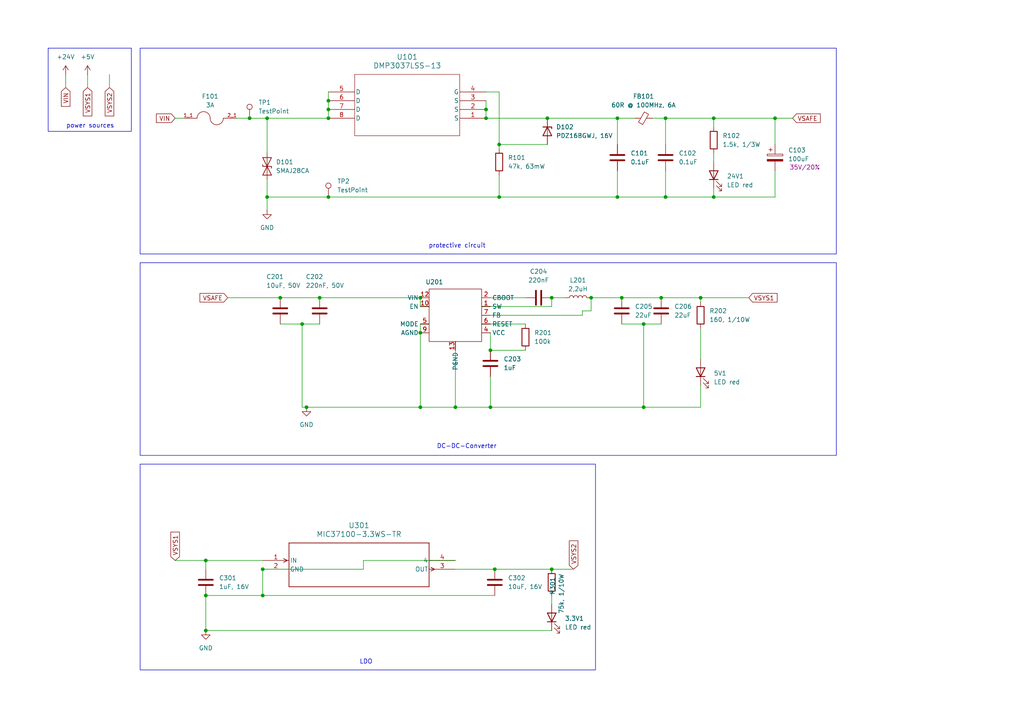
<source format=kicad_sch>
(kicad_sch
	(version 20231120)
	(generator "eeschema")
	(generator_version "8.0")
	(uuid "a56fa9e7-6b7a-4054-ba84-7347873f740a")
	(paper "A4")
	(lib_symbols
		(symbol "+24V_1"
			(power)
			(pin_numbers hide)
			(pin_names
				(offset 0) hide)
			(exclude_from_sim no)
			(in_bom yes)
			(on_board yes)
			(property "Reference" "#PWR"
				(at 0 -3.81 0)
				(effects
					(font
						(size 1.27 1.27)
					)
					(hide yes)
				)
			)
			(property "Value" "+24V"
				(at 0 3.556 0)
				(effects
					(font
						(size 1.27 1.27)
					)
				)
			)
			(property "Footprint" ""
				(at 0 0 0)
				(effects
					(font
						(size 1.27 1.27)
					)
					(hide yes)
				)
			)
			(property "Datasheet" ""
				(at 0 0 0)
				(effects
					(font
						(size 1.27 1.27)
					)
					(hide yes)
				)
			)
			(property "Description" "Power symbol creates a global label with name \"+24V\""
				(at 0 0 0)
				(effects
					(font
						(size 1.27 1.27)
					)
					(hide yes)
				)
			)
			(property "ki_keywords" "global power"
				(at 0 0 0)
				(effects
					(font
						(size 1.27 1.27)
					)
					(hide yes)
				)
			)
			(symbol "+24V_1_0_1"
				(polyline
					(pts
						(xy -0.762 1.27) (xy 0 2.54)
					)
					(stroke
						(width 0)
						(type default)
					)
					(fill
						(type none)
					)
				)
				(polyline
					(pts
						(xy 0 0) (xy 0 2.54)
					)
					(stroke
						(width 0)
						(type default)
					)
					(fill
						(type none)
					)
				)
				(polyline
					(pts
						(xy 0 2.54) (xy 0.762 1.27)
					)
					(stroke
						(width 0)
						(type default)
					)
					(fill
						(type none)
					)
				)
			)
			(symbol "+24V_1_1_1"
				(pin power_in line
					(at 0 0 90)
					(length 0)
					(name "~"
						(effects
							(font
								(size 1.27 1.27)
							)
						)
					)
					(number "1"
						(effects
							(font
								(size 1.27 1.27)
							)
						)
					)
				)
			)
		)
		(symbol "+5V_1"
			(power)
			(pin_numbers hide)
			(pin_names
				(offset 0) hide)
			(exclude_from_sim no)
			(in_bom yes)
			(on_board yes)
			(property "Reference" "#PWR"
				(at 0 -3.81 0)
				(effects
					(font
						(size 1.27 1.27)
					)
					(hide yes)
				)
			)
			(property "Value" "+5V"
				(at 0 3.556 0)
				(effects
					(font
						(size 1.27 1.27)
					)
				)
			)
			(property "Footprint" ""
				(at 0 0 0)
				(effects
					(font
						(size 1.27 1.27)
					)
					(hide yes)
				)
			)
			(property "Datasheet" ""
				(at 0 0 0)
				(effects
					(font
						(size 1.27 1.27)
					)
					(hide yes)
				)
			)
			(property "Description" "Power symbol creates a global label with name \"+5V\""
				(at 0 0 0)
				(effects
					(font
						(size 1.27 1.27)
					)
					(hide yes)
				)
			)
			(property "ki_keywords" "global power"
				(at 0 0 0)
				(effects
					(font
						(size 1.27 1.27)
					)
					(hide yes)
				)
			)
			(symbol "+5V_1_0_1"
				(polyline
					(pts
						(xy -0.762 1.27) (xy 0 2.54)
					)
					(stroke
						(width 0)
						(type default)
					)
					(fill
						(type none)
					)
				)
				(polyline
					(pts
						(xy 0 0) (xy 0 2.54)
					)
					(stroke
						(width 0)
						(type default)
					)
					(fill
						(type none)
					)
				)
				(polyline
					(pts
						(xy 0 2.54) (xy 0.762 1.27)
					)
					(stroke
						(width 0)
						(type default)
					)
					(fill
						(type none)
					)
				)
			)
			(symbol "+5V_1_1_1"
				(pin power_in line
					(at 0 0 90)
					(length 0)
					(name "~"
						(effects
							(font
								(size 1.27 1.27)
							)
						)
					)
					(number "1"
						(effects
							(font
								(size 1.27 1.27)
							)
						)
					)
				)
			)
		)
		(symbol "Connector:TestPoint"
			(pin_numbers hide)
			(pin_names
				(offset 0.762) hide)
			(exclude_from_sim no)
			(in_bom yes)
			(on_board yes)
			(property "Reference" "TP"
				(at 0 6.858 0)
				(effects
					(font
						(size 1.27 1.27)
					)
				)
			)
			(property "Value" "TestPoint"
				(at 0 5.08 0)
				(effects
					(font
						(size 1.27 1.27)
					)
				)
			)
			(property "Footprint" ""
				(at 5.08 0 0)
				(effects
					(font
						(size 1.27 1.27)
					)
					(hide yes)
				)
			)
			(property "Datasheet" "~"
				(at 5.08 0 0)
				(effects
					(font
						(size 1.27 1.27)
					)
					(hide yes)
				)
			)
			(property "Description" "test point"
				(at 0 0 0)
				(effects
					(font
						(size 1.27 1.27)
					)
					(hide yes)
				)
			)
			(property "ki_keywords" "test point tp"
				(at 0 0 0)
				(effects
					(font
						(size 1.27 1.27)
					)
					(hide yes)
				)
			)
			(property "ki_fp_filters" "Pin* Test*"
				(at 0 0 0)
				(effects
					(font
						(size 1.27 1.27)
					)
					(hide yes)
				)
			)
			(symbol "TestPoint_0_1"
				(circle
					(center 0 3.302)
					(radius 0.762)
					(stroke
						(width 0)
						(type default)
					)
					(fill
						(type none)
					)
				)
			)
			(symbol "TestPoint_1_1"
				(pin passive line
					(at 0 0 90)
					(length 2.54)
					(name "1"
						(effects
							(font
								(size 1.27 1.27)
							)
						)
					)
					(number "1"
						(effects
							(font
								(size 1.27 1.27)
							)
						)
					)
				)
			)
		)
		(symbol "Device:C"
			(pin_numbers hide)
			(pin_names
				(offset 0.254)
			)
			(exclude_from_sim no)
			(in_bom yes)
			(on_board yes)
			(property "Reference" "C"
				(at 0.635 2.54 0)
				(effects
					(font
						(size 1.27 1.27)
					)
					(justify left)
				)
			)
			(property "Value" "C"
				(at 0.635 -2.54 0)
				(effects
					(font
						(size 1.27 1.27)
					)
					(justify left)
				)
			)
			(property "Footprint" ""
				(at 0.9652 -3.81 0)
				(effects
					(font
						(size 1.27 1.27)
					)
					(hide yes)
				)
			)
			(property "Datasheet" "~"
				(at 0 0 0)
				(effects
					(font
						(size 1.27 1.27)
					)
					(hide yes)
				)
			)
			(property "Description" "Unpolarized capacitor"
				(at 0 0 0)
				(effects
					(font
						(size 1.27 1.27)
					)
					(hide yes)
				)
			)
			(property "ki_keywords" "cap capacitor"
				(at 0 0 0)
				(effects
					(font
						(size 1.27 1.27)
					)
					(hide yes)
				)
			)
			(property "ki_fp_filters" "C_*"
				(at 0 0 0)
				(effects
					(font
						(size 1.27 1.27)
					)
					(hide yes)
				)
			)
			(symbol "C_0_1"
				(polyline
					(pts
						(xy -2.032 -0.762) (xy 2.032 -0.762)
					)
					(stroke
						(width 0.508)
						(type default)
					)
					(fill
						(type none)
					)
				)
				(polyline
					(pts
						(xy -2.032 0.762) (xy 2.032 0.762)
					)
					(stroke
						(width 0.508)
						(type default)
					)
					(fill
						(type none)
					)
				)
			)
			(symbol "C_1_1"
				(pin passive line
					(at 0 3.81 270)
					(length 2.794)
					(name "~"
						(effects
							(font
								(size 1.27 1.27)
							)
						)
					)
					(number "1"
						(effects
							(font
								(size 1.27 1.27)
							)
						)
					)
				)
				(pin passive line
					(at 0 -3.81 90)
					(length 2.794)
					(name "~"
						(effects
							(font
								(size 1.27 1.27)
							)
						)
					)
					(number "2"
						(effects
							(font
								(size 1.27 1.27)
							)
						)
					)
				)
			)
		)
		(symbol "Device:C_Polarized"
			(pin_numbers hide)
			(pin_names
				(offset 0.254)
			)
			(exclude_from_sim no)
			(in_bom yes)
			(on_board yes)
			(property "Reference" "C"
				(at 0.635 2.54 0)
				(effects
					(font
						(size 1.27 1.27)
					)
					(justify left)
				)
			)
			(property "Value" "C_Polarized"
				(at 0.635 -2.54 0)
				(effects
					(font
						(size 1.27 1.27)
					)
					(justify left)
				)
			)
			(property "Footprint" ""
				(at 0.9652 -3.81 0)
				(effects
					(font
						(size 1.27 1.27)
					)
					(hide yes)
				)
			)
			(property "Datasheet" "~"
				(at 0 0 0)
				(effects
					(font
						(size 1.27 1.27)
					)
					(hide yes)
				)
			)
			(property "Description" "Polarized capacitor"
				(at 0 0 0)
				(effects
					(font
						(size 1.27 1.27)
					)
					(hide yes)
				)
			)
			(property "ki_keywords" "cap capacitor"
				(at 0 0 0)
				(effects
					(font
						(size 1.27 1.27)
					)
					(hide yes)
				)
			)
			(property "ki_fp_filters" "CP_*"
				(at 0 0 0)
				(effects
					(font
						(size 1.27 1.27)
					)
					(hide yes)
				)
			)
			(symbol "C_Polarized_0_1"
				(rectangle
					(start -2.286 0.508)
					(end 2.286 1.016)
					(stroke
						(width 0)
						(type default)
					)
					(fill
						(type none)
					)
				)
				(polyline
					(pts
						(xy -1.778 2.286) (xy -0.762 2.286)
					)
					(stroke
						(width 0)
						(type default)
					)
					(fill
						(type none)
					)
				)
				(polyline
					(pts
						(xy -1.27 2.794) (xy -1.27 1.778)
					)
					(stroke
						(width 0)
						(type default)
					)
					(fill
						(type none)
					)
				)
				(rectangle
					(start 2.286 -0.508)
					(end -2.286 -1.016)
					(stroke
						(width 0)
						(type default)
					)
					(fill
						(type outline)
					)
				)
			)
			(symbol "C_Polarized_1_1"
				(pin passive line
					(at 0 3.81 270)
					(length 2.794)
					(name "~"
						(effects
							(font
								(size 1.27 1.27)
							)
						)
					)
					(number "1"
						(effects
							(font
								(size 1.27 1.27)
							)
						)
					)
				)
				(pin passive line
					(at 0 -3.81 90)
					(length 2.794)
					(name "~"
						(effects
							(font
								(size 1.27 1.27)
							)
						)
					)
					(number "2"
						(effects
							(font
								(size 1.27 1.27)
							)
						)
					)
				)
			)
		)
		(symbol "Device:D_Zener"
			(pin_numbers hide)
			(pin_names
				(offset 1.016) hide)
			(exclude_from_sim no)
			(in_bom yes)
			(on_board yes)
			(property "Reference" "D"
				(at 0 2.54 0)
				(effects
					(font
						(size 1.27 1.27)
					)
				)
			)
			(property "Value" "D_Zener"
				(at 0 -2.54 0)
				(effects
					(font
						(size 1.27 1.27)
					)
				)
			)
			(property "Footprint" ""
				(at 0 0 0)
				(effects
					(font
						(size 1.27 1.27)
					)
					(hide yes)
				)
			)
			(property "Datasheet" "~"
				(at 0 0 0)
				(effects
					(font
						(size 1.27 1.27)
					)
					(hide yes)
				)
			)
			(property "Description" "Zener diode"
				(at 0 0 0)
				(effects
					(font
						(size 1.27 1.27)
					)
					(hide yes)
				)
			)
			(property "ki_keywords" "diode"
				(at 0 0 0)
				(effects
					(font
						(size 1.27 1.27)
					)
					(hide yes)
				)
			)
			(property "ki_fp_filters" "TO-???* *_Diode_* *SingleDiode* D_*"
				(at 0 0 0)
				(effects
					(font
						(size 1.27 1.27)
					)
					(hide yes)
				)
			)
			(symbol "D_Zener_0_1"
				(polyline
					(pts
						(xy 1.27 0) (xy -1.27 0)
					)
					(stroke
						(width 0)
						(type default)
					)
					(fill
						(type none)
					)
				)
				(polyline
					(pts
						(xy -1.27 -1.27) (xy -1.27 1.27) (xy -0.762 1.27)
					)
					(stroke
						(width 0.254)
						(type default)
					)
					(fill
						(type none)
					)
				)
				(polyline
					(pts
						(xy 1.27 -1.27) (xy 1.27 1.27) (xy -1.27 0) (xy 1.27 -1.27)
					)
					(stroke
						(width 0.254)
						(type default)
					)
					(fill
						(type none)
					)
				)
			)
			(symbol "D_Zener_1_1"
				(pin passive line
					(at -3.81 0 0)
					(length 2.54)
					(name "K"
						(effects
							(font
								(size 1.27 1.27)
							)
						)
					)
					(number "1"
						(effects
							(font
								(size 1.27 1.27)
							)
						)
					)
				)
				(pin passive line
					(at 3.81 0 180)
					(length 2.54)
					(name "A"
						(effects
							(font
								(size 1.27 1.27)
							)
						)
					)
					(number "2"
						(effects
							(font
								(size 1.27 1.27)
							)
						)
					)
				)
			)
		)
		(symbol "Device:FerriteBead_Small"
			(pin_numbers hide)
			(pin_names
				(offset 0)
			)
			(exclude_from_sim no)
			(in_bom yes)
			(on_board yes)
			(property "Reference" "FB"
				(at 1.905 1.27 0)
				(effects
					(font
						(size 1.27 1.27)
					)
					(justify left)
				)
			)
			(property "Value" "FerriteBead_Small"
				(at 1.905 -1.27 0)
				(effects
					(font
						(size 1.27 1.27)
					)
					(justify left)
				)
			)
			(property "Footprint" ""
				(at -1.778 0 90)
				(effects
					(font
						(size 1.27 1.27)
					)
					(hide yes)
				)
			)
			(property "Datasheet" "~"
				(at 0 0 0)
				(effects
					(font
						(size 1.27 1.27)
					)
					(hide yes)
				)
			)
			(property "Description" "Ferrite bead, small symbol"
				(at 0 0 0)
				(effects
					(font
						(size 1.27 1.27)
					)
					(hide yes)
				)
			)
			(property "ki_keywords" "L ferrite bead inductor filter"
				(at 0 0 0)
				(effects
					(font
						(size 1.27 1.27)
					)
					(hide yes)
				)
			)
			(property "ki_fp_filters" "Inductor_* L_* *Ferrite*"
				(at 0 0 0)
				(effects
					(font
						(size 1.27 1.27)
					)
					(hide yes)
				)
			)
			(symbol "FerriteBead_Small_0_1"
				(polyline
					(pts
						(xy 0 -1.27) (xy 0 -0.7874)
					)
					(stroke
						(width 0)
						(type default)
					)
					(fill
						(type none)
					)
				)
				(polyline
					(pts
						(xy 0 0.889) (xy 0 1.2954)
					)
					(stroke
						(width 0)
						(type default)
					)
					(fill
						(type none)
					)
				)
				(polyline
					(pts
						(xy -1.8288 0.2794) (xy -1.1176 1.4986) (xy 1.8288 -0.2032) (xy 1.1176 -1.4224) (xy -1.8288 0.2794)
					)
					(stroke
						(width 0)
						(type default)
					)
					(fill
						(type none)
					)
				)
			)
			(symbol "FerriteBead_Small_1_1"
				(pin passive line
					(at 0 2.54 270)
					(length 1.27)
					(name "~"
						(effects
							(font
								(size 1.27 1.27)
							)
						)
					)
					(number "1"
						(effects
							(font
								(size 1.27 1.27)
							)
						)
					)
				)
				(pin passive line
					(at 0 -2.54 90)
					(length 1.27)
					(name "~"
						(effects
							(font
								(size 1.27 1.27)
							)
						)
					)
					(number "2"
						(effects
							(font
								(size 1.27 1.27)
							)
						)
					)
				)
			)
		)
		(symbol "Device:L"
			(pin_numbers hide)
			(pin_names
				(offset 1.016) hide)
			(exclude_from_sim no)
			(in_bom yes)
			(on_board yes)
			(property "Reference" "L"
				(at -1.27 0 90)
				(effects
					(font
						(size 1.27 1.27)
					)
				)
			)
			(property "Value" "L"
				(at 1.905 0 90)
				(effects
					(font
						(size 1.27 1.27)
					)
				)
			)
			(property "Footprint" ""
				(at 0 0 0)
				(effects
					(font
						(size 1.27 1.27)
					)
					(hide yes)
				)
			)
			(property "Datasheet" "~"
				(at 0 0 0)
				(effects
					(font
						(size 1.27 1.27)
					)
					(hide yes)
				)
			)
			(property "Description" "Inductor"
				(at 0 0 0)
				(effects
					(font
						(size 1.27 1.27)
					)
					(hide yes)
				)
			)
			(property "ki_keywords" "inductor choke coil reactor magnetic"
				(at 0 0 0)
				(effects
					(font
						(size 1.27 1.27)
					)
					(hide yes)
				)
			)
			(property "ki_fp_filters" "Choke_* *Coil* Inductor_* L_*"
				(at 0 0 0)
				(effects
					(font
						(size 1.27 1.27)
					)
					(hide yes)
				)
			)
			(symbol "L_0_1"
				(arc
					(start 0 -2.54)
					(mid 0.6323 -1.905)
					(end 0 -1.27)
					(stroke
						(width 0)
						(type default)
					)
					(fill
						(type none)
					)
				)
				(arc
					(start 0 -1.27)
					(mid 0.6323 -0.635)
					(end 0 0)
					(stroke
						(width 0)
						(type default)
					)
					(fill
						(type none)
					)
				)
				(arc
					(start 0 0)
					(mid 0.6323 0.635)
					(end 0 1.27)
					(stroke
						(width 0)
						(type default)
					)
					(fill
						(type none)
					)
				)
				(arc
					(start 0 1.27)
					(mid 0.6323 1.905)
					(end 0 2.54)
					(stroke
						(width 0)
						(type default)
					)
					(fill
						(type none)
					)
				)
			)
			(symbol "L_1_1"
				(pin passive line
					(at 0 3.81 270)
					(length 1.27)
					(name "1"
						(effects
							(font
								(size 1.27 1.27)
							)
						)
					)
					(number "1"
						(effects
							(font
								(size 1.27 1.27)
							)
						)
					)
				)
				(pin passive line
					(at 0 -3.81 90)
					(length 1.27)
					(name "2"
						(effects
							(font
								(size 1.27 1.27)
							)
						)
					)
					(number "2"
						(effects
							(font
								(size 1.27 1.27)
							)
						)
					)
				)
			)
		)
		(symbol "Device:LED"
			(pin_numbers hide)
			(pin_names
				(offset 1.016) hide)
			(exclude_from_sim no)
			(in_bom yes)
			(on_board yes)
			(property "Reference" "D"
				(at 0 2.54 0)
				(effects
					(font
						(size 1.27 1.27)
					)
				)
			)
			(property "Value" "LED"
				(at 0 -2.54 0)
				(effects
					(font
						(size 1.27 1.27)
					)
				)
			)
			(property "Footprint" ""
				(at 0 0 0)
				(effects
					(font
						(size 1.27 1.27)
					)
					(hide yes)
				)
			)
			(property "Datasheet" "~"
				(at 0 0 0)
				(effects
					(font
						(size 1.27 1.27)
					)
					(hide yes)
				)
			)
			(property "Description" "Light emitting diode"
				(at 0 0 0)
				(effects
					(font
						(size 1.27 1.27)
					)
					(hide yes)
				)
			)
			(property "ki_keywords" "LED diode"
				(at 0 0 0)
				(effects
					(font
						(size 1.27 1.27)
					)
					(hide yes)
				)
			)
			(property "ki_fp_filters" "LED* LED_SMD:* LED_THT:*"
				(at 0 0 0)
				(effects
					(font
						(size 1.27 1.27)
					)
					(hide yes)
				)
			)
			(symbol "LED_0_1"
				(polyline
					(pts
						(xy -1.27 -1.27) (xy -1.27 1.27)
					)
					(stroke
						(width 0.254)
						(type default)
					)
					(fill
						(type none)
					)
				)
				(polyline
					(pts
						(xy -1.27 0) (xy 1.27 0)
					)
					(stroke
						(width 0)
						(type default)
					)
					(fill
						(type none)
					)
				)
				(polyline
					(pts
						(xy 1.27 -1.27) (xy 1.27 1.27) (xy -1.27 0) (xy 1.27 -1.27)
					)
					(stroke
						(width 0.254)
						(type default)
					)
					(fill
						(type none)
					)
				)
				(polyline
					(pts
						(xy -3.048 -0.762) (xy -4.572 -2.286) (xy -3.81 -2.286) (xy -4.572 -2.286) (xy -4.572 -1.524)
					)
					(stroke
						(width 0)
						(type default)
					)
					(fill
						(type none)
					)
				)
				(polyline
					(pts
						(xy -1.778 -0.762) (xy -3.302 -2.286) (xy -2.54 -2.286) (xy -3.302 -2.286) (xy -3.302 -1.524)
					)
					(stroke
						(width 0)
						(type default)
					)
					(fill
						(type none)
					)
				)
			)
			(symbol "LED_1_1"
				(pin passive line
					(at -3.81 0 0)
					(length 2.54)
					(name "K"
						(effects
							(font
								(size 1.27 1.27)
							)
						)
					)
					(number "1"
						(effects
							(font
								(size 1.27 1.27)
							)
						)
					)
				)
				(pin passive line
					(at 3.81 0 180)
					(length 2.54)
					(name "A"
						(effects
							(font
								(size 1.27 1.27)
							)
						)
					)
					(number "2"
						(effects
							(font
								(size 1.27 1.27)
							)
						)
					)
				)
			)
		)
		(symbol "Device:R"
			(pin_numbers hide)
			(pin_names
				(offset 0)
			)
			(exclude_from_sim no)
			(in_bom yes)
			(on_board yes)
			(property "Reference" "R"
				(at 2.032 0 90)
				(effects
					(font
						(size 1.27 1.27)
					)
				)
			)
			(property "Value" "R"
				(at 0 0 90)
				(effects
					(font
						(size 1.27 1.27)
					)
				)
			)
			(property "Footprint" ""
				(at -1.778 0 90)
				(effects
					(font
						(size 1.27 1.27)
					)
					(hide yes)
				)
			)
			(property "Datasheet" "~"
				(at 0 0 0)
				(effects
					(font
						(size 1.27 1.27)
					)
					(hide yes)
				)
			)
			(property "Description" "Resistor"
				(at 0 0 0)
				(effects
					(font
						(size 1.27 1.27)
					)
					(hide yes)
				)
			)
			(property "ki_keywords" "R res resistor"
				(at 0 0 0)
				(effects
					(font
						(size 1.27 1.27)
					)
					(hide yes)
				)
			)
			(property "ki_fp_filters" "R_*"
				(at 0 0 0)
				(effects
					(font
						(size 1.27 1.27)
					)
					(hide yes)
				)
			)
			(symbol "R_0_1"
				(rectangle
					(start -1.016 -2.54)
					(end 1.016 2.54)
					(stroke
						(width 0.254)
						(type default)
					)
					(fill
						(type none)
					)
				)
			)
			(symbol "R_1_1"
				(pin passive line
					(at 0 3.81 270)
					(length 1.27)
					(name "~"
						(effects
							(font
								(size 1.27 1.27)
							)
						)
					)
					(number "1"
						(effects
							(font
								(size 1.27 1.27)
							)
						)
					)
				)
				(pin passive line
					(at 0 -3.81 90)
					(length 1.27)
					(name "~"
						(effects
							(font
								(size 1.27 1.27)
							)
						)
					)
					(number "2"
						(effects
							(font
								(size 1.27 1.27)
							)
						)
					)
				)
			)
		)
		(symbol "Diode:SMAJ28CA"
			(pin_numbers hide)
			(pin_names
				(offset 1.016) hide)
			(exclude_from_sim no)
			(in_bom yes)
			(on_board yes)
			(property "Reference" "D"
				(at 0 2.54 0)
				(effects
					(font
						(size 1.27 1.27)
					)
				)
			)
			(property "Value" "SMAJ28CA"
				(at 0 -2.54 0)
				(effects
					(font
						(size 1.27 1.27)
					)
				)
			)
			(property "Footprint" "Diode_SMD:D_SMA"
				(at 0 -5.08 0)
				(effects
					(font
						(size 1.27 1.27)
					)
					(hide yes)
				)
			)
			(property "Datasheet" "https://www.littelfuse.com/media?resourcetype=datasheets&itemid=75e32973-b177-4ee3-a0ff-cedaf1abdb93&filename=smaj-datasheet"
				(at 0 0 0)
				(effects
					(font
						(size 1.27 1.27)
					)
					(hide yes)
				)
			)
			(property "Description" "400W bidirectional Transient Voltage Suppressor, 28.0Vr, SMA(DO-214AC)"
				(at 0 0 0)
				(effects
					(font
						(size 1.27 1.27)
					)
					(hide yes)
				)
			)
			(property "ki_keywords" "bidirectional diode TVS voltage suppressor"
				(at 0 0 0)
				(effects
					(font
						(size 1.27 1.27)
					)
					(hide yes)
				)
			)
			(property "ki_fp_filters" "D*SMA*"
				(at 0 0 0)
				(effects
					(font
						(size 1.27 1.27)
					)
					(hide yes)
				)
			)
			(symbol "SMAJ28CA_0_1"
				(polyline
					(pts
						(xy 1.27 0) (xy -1.27 0)
					)
					(stroke
						(width 0)
						(type default)
					)
					(fill
						(type none)
					)
				)
				(polyline
					(pts
						(xy -2.54 -1.27) (xy 0 0) (xy -2.54 1.27) (xy -2.54 -1.27)
					)
					(stroke
						(width 0.2032)
						(type default)
					)
					(fill
						(type none)
					)
				)
				(polyline
					(pts
						(xy 0.508 1.27) (xy 0 1.27) (xy 0 -1.27) (xy -0.508 -1.27)
					)
					(stroke
						(width 0.2032)
						(type default)
					)
					(fill
						(type none)
					)
				)
				(polyline
					(pts
						(xy 2.54 1.27) (xy 2.54 -1.27) (xy 0 0) (xy 2.54 1.27)
					)
					(stroke
						(width 0.2032)
						(type default)
					)
					(fill
						(type none)
					)
				)
			)
			(symbol "SMAJ28CA_1_1"
				(pin passive line
					(at -3.81 0 0)
					(length 2.54)
					(name "A1"
						(effects
							(font
								(size 1.27 1.27)
							)
						)
					)
					(number "1"
						(effects
							(font
								(size 1.27 1.27)
							)
						)
					)
				)
				(pin passive line
					(at 3.81 0 180)
					(length 2.54)
					(name "A2"
						(effects
							(font
								(size 1.27 1.27)
							)
						)
					)
					(number "2"
						(effects
							(font
								(size 1.27 1.27)
							)
						)
					)
				)
			)
		)
		(symbol "GND_1"
			(power)
			(pin_numbers hide)
			(pin_names
				(offset 0) hide)
			(exclude_from_sim no)
			(in_bom yes)
			(on_board yes)
			(property "Reference" "#PWR"
				(at 0 -6.35 0)
				(effects
					(font
						(size 1.27 1.27)
					)
					(hide yes)
				)
			)
			(property "Value" "GND"
				(at 0 -3.81 0)
				(effects
					(font
						(size 1.27 1.27)
					)
				)
			)
			(property "Footprint" ""
				(at 0 0 0)
				(effects
					(font
						(size 1.27 1.27)
					)
					(hide yes)
				)
			)
			(property "Datasheet" ""
				(at 0 0 0)
				(effects
					(font
						(size 1.27 1.27)
					)
					(hide yes)
				)
			)
			(property "Description" "Power symbol creates a global label with name \"GND\" , ground"
				(at 0 0 0)
				(effects
					(font
						(size 1.27 1.27)
					)
					(hide yes)
				)
			)
			(property "ki_keywords" "global power"
				(at 0 0 0)
				(effects
					(font
						(size 1.27 1.27)
					)
					(hide yes)
				)
			)
			(symbol "GND_1_0_1"
				(polyline
					(pts
						(xy 0 0) (xy 0 -1.27) (xy 1.27 -1.27) (xy 0 -2.54) (xy -1.27 -1.27) (xy 0 -1.27)
					)
					(stroke
						(width 0)
						(type default)
					)
					(fill
						(type none)
					)
				)
			)
			(symbol "GND_1_1_1"
				(pin power_in line
					(at 0 0 270)
					(length 0)
					(name "~"
						(effects
							(font
								(size 1.27 1.27)
							)
						)
					)
					(number "1"
						(effects
							(font
								(size 1.27 1.27)
							)
						)
					)
				)
			)
		)
		(symbol "GND_2"
			(power)
			(pin_numbers hide)
			(pin_names
				(offset 0) hide)
			(exclude_from_sim no)
			(in_bom yes)
			(on_board yes)
			(property "Reference" "#PWR"
				(at 0 -6.35 0)
				(effects
					(font
						(size 1.27 1.27)
					)
					(hide yes)
				)
			)
			(property "Value" "GND"
				(at 0 -3.81 0)
				(effects
					(font
						(size 1.27 1.27)
					)
				)
			)
			(property "Footprint" ""
				(at 0 0 0)
				(effects
					(font
						(size 1.27 1.27)
					)
					(hide yes)
				)
			)
			(property "Datasheet" ""
				(at 0 0 0)
				(effects
					(font
						(size 1.27 1.27)
					)
					(hide yes)
				)
			)
			(property "Description" "Power symbol creates a global label with name \"GND\" , ground"
				(at 0 0 0)
				(effects
					(font
						(size 1.27 1.27)
					)
					(hide yes)
				)
			)
			(property "ki_keywords" "global power"
				(at 0 0 0)
				(effects
					(font
						(size 1.27 1.27)
					)
					(hide yes)
				)
			)
			(symbol "GND_2_0_1"
				(polyline
					(pts
						(xy 0 0) (xy 0 -1.27) (xy 1.27 -1.27) (xy 0 -2.54) (xy -1.27 -1.27) (xy 0 -1.27)
					)
					(stroke
						(width 0)
						(type default)
					)
					(fill
						(type none)
					)
				)
			)
			(symbol "GND_2_1_1"
				(pin power_in line
					(at 0 0 270)
					(length 0)
					(name "~"
						(effects
							(font
								(size 1.27 1.27)
							)
						)
					)
					(number "1"
						(effects
							(font
								(size 1.27 1.27)
							)
						)
					)
				)
			)
		)
		(symbol "GND_3"
			(power)
			(pin_numbers hide)
			(pin_names
				(offset 0) hide)
			(exclude_from_sim no)
			(in_bom yes)
			(on_board yes)
			(property "Reference" "#PWR"
				(at 0 -6.35 0)
				(effects
					(font
						(size 1.27 1.27)
					)
					(hide yes)
				)
			)
			(property "Value" "GND"
				(at 0 -3.81 0)
				(effects
					(font
						(size 1.27 1.27)
					)
				)
			)
			(property "Footprint" ""
				(at 0 0 0)
				(effects
					(font
						(size 1.27 1.27)
					)
					(hide yes)
				)
			)
			(property "Datasheet" ""
				(at 0 0 0)
				(effects
					(font
						(size 1.27 1.27)
					)
					(hide yes)
				)
			)
			(property "Description" "Power symbol creates a global label with name \"GND\" , ground"
				(at 0 0 0)
				(effects
					(font
						(size 1.27 1.27)
					)
					(hide yes)
				)
			)
			(property "ki_keywords" "global power"
				(at 0 0 0)
				(effects
					(font
						(size 1.27 1.27)
					)
					(hide yes)
				)
			)
			(symbol "GND_3_0_1"
				(polyline
					(pts
						(xy 0 0) (xy 0 -1.27) (xy 1.27 -1.27) (xy 0 -2.54) (xy -1.27 -1.27) (xy 0 -1.27)
					)
					(stroke
						(width 0)
						(type default)
					)
					(fill
						(type none)
					)
				)
			)
			(symbol "GND_3_1_1"
				(pin power_in line
					(at 0 0 270)
					(length 0)
					(name "~"
						(effects
							(font
								(size 1.27 1.27)
							)
						)
					)
					(number "1"
						(effects
							(font
								(size 1.27 1.27)
							)
						)
					)
				)
			)
		)
		(symbol "Transistor_FET:DMP3037LSS-13"
			(pin_names
				(offset 0.254)
			)
			(exclude_from_sim no)
			(in_bom yes)
			(on_board yes)
			(property "Reference" "U"
				(at 0 13.97 0)
				(effects
					(font
						(size 1.524 1.524)
					)
				)
			)
			(property "Value" "DMP3037LSS-13"
				(at 0 11.43 0)
				(effects
					(font
						(size 1.524 1.524)
					)
				)
			)
			(property "Footprint" "SO8_DIO"
				(at -22.86 3.81 0)
				(effects
					(font
						(size 1.27 1.27)
						(italic yes)
					)
					(hide yes)
				)
			)
			(property "Datasheet" "DMP3037LSS-13"
				(at -22.86 3.81 0)
				(effects
					(font
						(size 1.27 1.27)
						(italic yes)
					)
					(hide yes)
				)
			)
			(property "Description" ""
				(at -22.86 3.81 0)
				(effects
					(font
						(size 1.27 1.27)
					)
					(hide yes)
				)
			)
			(property "ki_locked" ""
				(at 0 0 0)
				(effects
					(font
						(size 1.27 1.27)
					)
				)
			)
			(property "ki_keywords" "DMP3037LSS-13"
				(at 0 0 0)
				(effects
					(font
						(size 1.27 1.27)
					)
					(hide yes)
				)
			)
			(property "ki_fp_filters" "SO8_DIO SO8_DIO-M SO8_DIO-L"
				(at 0 0 0)
				(effects
					(font
						(size 1.27 1.27)
					)
					(hide yes)
				)
			)
			(symbol "DMP3037LSS-13_1_1"
				(polyline
					(pts
						(xy -15.24 -8.89) (xy 15.24 -8.89)
					)
					(stroke
						(width 0.127)
						(type default)
					)
					(fill
						(type none)
					)
				)
				(polyline
					(pts
						(xy -15.24 8.89) (xy -15.24 -8.89)
					)
					(stroke
						(width 0.127)
						(type default)
					)
					(fill
						(type none)
					)
				)
				(polyline
					(pts
						(xy 15.24 -8.89) (xy 15.24 8.89)
					)
					(stroke
						(width 0.127)
						(type default)
					)
					(fill
						(type none)
					)
				)
				(polyline
					(pts
						(xy 15.24 8.89) (xy -15.24 8.89)
					)
					(stroke
						(width 0.127)
						(type default)
					)
					(fill
						(type none)
					)
				)
				(pin unspecified line
					(at -22.86 3.81 0)
					(length 7.62)
					(name "S"
						(effects
							(font
								(size 1.27 1.27)
							)
						)
					)
					(number "1"
						(effects
							(font
								(size 1.27 1.27)
							)
						)
					)
				)
				(pin unspecified line
					(at -22.86 1.27 0)
					(length 7.62)
					(name "S"
						(effects
							(font
								(size 1.27 1.27)
							)
						)
					)
					(number "2"
						(effects
							(font
								(size 1.27 1.27)
							)
						)
					)
				)
				(pin unspecified line
					(at -22.86 -1.27 0)
					(length 7.62)
					(name "S"
						(effects
							(font
								(size 1.27 1.27)
							)
						)
					)
					(number "3"
						(effects
							(font
								(size 1.27 1.27)
							)
						)
					)
				)
				(pin unspecified line
					(at -22.86 -3.81 0)
					(length 7.62)
					(name "G"
						(effects
							(font
								(size 1.27 1.27)
							)
						)
					)
					(number "4"
						(effects
							(font
								(size 1.27 1.27)
							)
						)
					)
				)
				(pin unspecified line
					(at 22.86 -3.81 180)
					(length 7.62)
					(name "D"
						(effects
							(font
								(size 1.27 1.27)
							)
						)
					)
					(number "5"
						(effects
							(font
								(size 1.27 1.27)
							)
						)
					)
				)
				(pin unspecified line
					(at 22.86 -1.27 180)
					(length 7.62)
					(name "D"
						(effects
							(font
								(size 1.27 1.27)
							)
						)
					)
					(number "6"
						(effects
							(font
								(size 1.27 1.27)
							)
						)
					)
				)
				(pin unspecified line
					(at 22.86 1.27 180)
					(length 7.62)
					(name "D"
						(effects
							(font
								(size 1.27 1.27)
							)
						)
					)
					(number "7"
						(effects
							(font
								(size 1.27 1.27)
							)
						)
					)
				)
				(pin unspecified line
					(at 22.86 3.81 180)
					(length 7.62)
					(name "D"
						(effects
							(font
								(size 1.27 1.27)
							)
						)
					)
					(number "8"
						(effects
							(font
								(size 1.27 1.27)
							)
						)
					)
				)
			)
		)
		(symbol "UJ2-AH-1-SMT-TR:UJ2-AH-1-SMT-TR"
			(exclude_from_sim no)
			(in_bom yes)
			(on_board yes)
			(property "Reference" "J4"
				(at 10.16 6.35 0)
				(effects
					(font
						(size 1.27 1.27)
					)
				)
			)
			(property "Value" "UJ2-AH-1-SMT-TR"
				(at 10.16 3.81 0)
				(effects
					(font
						(size 1.27 1.27)
					)
				)
			)
			(property "Footprint" "UJ2-AH-1-SMT-TR:UJ2-AH-1-SMT-TR"
				(at 16.51 -94.92 0)
				(effects
					(font
						(size 1.27 1.27)
					)
					(justify left top)
					(hide yes)
				)
			)
			(property "Datasheet" "http://www.cui.com/product/resource/uj2-ah-smt.pdf"
				(at 16.51 -194.92 0)
				(effects
					(font
						(size 1.27 1.27)
					)
					(justify left top)
					(hide yes)
				)
			)
			(property "Description" "USB jack, 4 position, surface mount"
				(at 0 0 0)
				(effects
					(font
						(size 1.27 1.27)
					)
					(hide yes)
				)
			)
			(property "Height" ""
				(at 16.51 -394.92 0)
				(effects
					(font
						(size 1.27 1.27)
					)
					(justify left top)
					(hide yes)
				)
			)
			(property "Manufacturer_Name" "CUI Devices"
				(at 16.51 -494.92 0)
				(effects
					(font
						(size 1.27 1.27)
					)
					(justify left top)
					(hide yes)
				)
			)
			(property "Manufacturer_Part_Number" "UJ2-AH-1-SMT-TR"
				(at 16.51 -594.92 0)
				(effects
					(font
						(size 1.27 1.27)
					)
					(justify left top)
					(hide yes)
				)
			)
			(property "Mouser Part Number" "490-UJ2-AH-1-SMT-TR"
				(at 16.51 -694.92 0)
				(effects
					(font
						(size 1.27 1.27)
					)
					(justify left top)
					(hide yes)
				)
			)
			(property "Mouser Price/Stock" "https://www.mouser.co.uk/ProductDetail/CUI-Devices/UJ2-AH-1-SMT-TR?qs=%2FacZuiyY%252B4bMRuKlU7nMjQ%3D%3D"
				(at 16.51 -794.92 0)
				(effects
					(font
						(size 1.27 1.27)
					)
					(justify left top)
					(hide yes)
				)
			)
			(property "Arrow Part Number" "UJ2-AH-1-SMT-TR"
				(at 16.51 -894.92 0)
				(effects
					(font
						(size 1.27 1.27)
					)
					(justify left top)
					(hide yes)
				)
			)
			(property "Arrow Price/Stock" "https://www.arrow.com/en/products/uj2-ah-1-smt-tr/cui-devices?region=nac"
				(at 16.51 -994.92 0)
				(effects
					(font
						(size 1.27 1.27)
					)
					(justify left top)
					(hide yes)
				)
			)
			(symbol "UJ2-AH-1-SMT-TR_1_1"
				(rectangle
					(start 5.08 2.54)
					(end 15.24 -10.16)
					(stroke
						(width 0.254)
						(type default)
					)
					(fill
						(type background)
					)
				)
				(pin passive line
					(at 0 0 0)
					(length 5.08)
					(name "1"
						(effects
							(font
								(size 1.27 1.27)
							)
						)
					)
					(number "1"
						(effects
							(font
								(size 1.27 1.27)
							)
						)
					)
				)
				(pin passive line
					(at 0 -2.54 0)
					(length 5.08)
					(name "2"
						(effects
							(font
								(size 1.27 1.27)
							)
						)
					)
					(number "2"
						(effects
							(font
								(size 1.27 1.27)
							)
						)
					)
				)
				(pin passive line
					(at 20.32 0 180)
					(length 5.08)
					(name "3"
						(effects
							(font
								(size 1.27 1.27)
							)
						)
					)
					(number "3"
						(effects
							(font
								(size 1.27 1.27)
							)
						)
					)
				)
				(pin passive line
					(at 20.32 -2.54 180)
					(length 5.08)
					(name "4"
						(effects
							(font
								(size 1.27 1.27)
							)
						)
					)
					(number "4"
						(effects
							(font
								(size 1.27 1.27)
							)
						)
					)
				)
				(pin passive line
					(at 0 -5.08 0)
					(length 5.08)
					(name "SH"
						(effects
							(font
								(size 1.27 1.27)
							)
						)
					)
					(number "5"
						(effects
							(font
								(size 1.27 1.27)
							)
						)
					)
				)
				(pin passive line
					(at 20.32 -5.08 180)
					(length 5.08)
					(name "SH"
						(effects
							(font
								(size 1.27 1.27)
							)
						)
					)
					(number "6"
						(effects
							(font
								(size 1.27 1.27)
							)
						)
					)
				)
				(pin passive line
					(at 0 -7.62 0)
					(length 5.08)
					(name "MNT"
						(effects
							(font
								(size 1.27 1.27)
							)
						)
					)
					(number "7"
						(effects
							(font
								(size 1.27 1.27)
							)
						)
					)
				)
				(pin passive line
					(at 20.32 -7.62 180)
					(length 5.08)
					(name "MNT"
						(effects
							(font
								(size 1.27 1.27)
							)
						)
					)
					(number "8"
						(effects
							(font
								(size 1.27 1.27)
							)
						)
					)
				)
			)
		)
		(symbol "dc-dc-converter-ic:LM63635C-Q1"
			(exclude_from_sim no)
			(in_bom yes)
			(on_board yes)
			(property "Reference" "U"
				(at -6.604 8.89 0)
				(effects
					(font
						(size 1.27 1.27)
					)
				)
			)
			(property "Value" ""
				(at 0 1.27 0)
				(effects
					(font
						(size 1.27 1.27)
					)
				)
			)
			(property "Footprint" ""
				(at 0 1.27 0)
				(effects
					(font
						(size 1.27 1.27)
					)
					(hide yes)
				)
			)
			(property "Datasheet" ""
				(at 0 1.27 0)
				(effects
					(font
						(size 1.27 1.27)
					)
					(hide yes)
				)
			)
			(property "Description" ""
				(at 0 1.27 0)
				(effects
					(font
						(size 1.27 1.27)
					)
					(hide yes)
				)
			)
			(symbol "LM63635C-Q1_0_1"
				(rectangle
					(start -7.62 7.62)
					(end 7.62 -7.62)
					(stroke
						(width 0)
						(type default)
					)
					(fill
						(type none)
					)
				)
			)
			(symbol "LM63635C-Q1_1_1"
				(pin output line
					(at 7.62 2.54 0)
					(length 2.54)
					(name "SW"
						(effects
							(font
								(size 1.27 1.27)
							)
						)
					)
					(number "1"
						(effects
							(font
								(size 1.27 1.27)
							)
						)
					)
				)
				(pin input line
					(at -7.62 2.54 180)
					(length 2.54)
					(name "EN"
						(effects
							(font
								(size 1.27 1.27)
							)
						)
					)
					(number "10"
						(effects
							(font
								(size 1.27 1.27)
							)
						)
					)
				)
				(pin input line
					(at -7.62 5.08 180)
					(length 2.54)
					(name "VIN"
						(effects
							(font
								(size 1.27 1.27)
							)
						)
					)
					(number "12"
						(effects
							(font
								(size 1.27 1.27)
							)
						)
					)
				)
				(pin passive line
					(at 0 -7.62 270)
					(length 2.54)
					(name "PGND"
						(effects
							(font
								(size 1.27 1.27)
							)
						)
					)
					(number "13"
						(effects
							(font
								(size 1.27 1.27)
							)
						)
					)
				)
				(pin passive line
					(at 7.62 5.08 0)
					(length 2.54)
					(name "CBOOT"
						(effects
							(font
								(size 1.27 1.27)
							)
						)
					)
					(number "2"
						(effects
							(font
								(size 1.27 1.27)
							)
						)
					)
				)
				(pin output line
					(at 7.62 -5.08 0)
					(length 2.54)
					(name "VCC"
						(effects
							(font
								(size 1.27 1.27)
							)
						)
					)
					(number "4"
						(effects
							(font
								(size 1.27 1.27)
							)
						)
					)
				)
				(pin passive line
					(at -7.62 -2.54 180)
					(length 2.54)
					(name "MODE"
						(effects
							(font
								(size 1.27 1.27)
							)
						)
					)
					(number "5"
						(effects
							(font
								(size 1.27 1.27)
							)
						)
					)
				)
				(pin passive line
					(at 7.62 -2.54 0)
					(length 2.54)
					(name "RESET"
						(effects
							(font
								(size 1.27 1.27)
							)
						)
					)
					(number "6"
						(effects
							(font
								(size 1.27 1.27)
							)
						)
					)
				)
				(pin input line
					(at 7.62 0 0)
					(length 2.54)
					(name "FB"
						(effects
							(font
								(size 1.27 1.27)
							)
						)
					)
					(number "7"
						(effects
							(font
								(size 1.27 1.27)
							)
						)
					)
				)
				(pin output line
					(at -7.62 -5.08 180)
					(length 2.54)
					(name "AGND"
						(effects
							(font
								(size 1.27 1.27)
							)
						)
					)
					(number "9"
						(effects
							(font
								(size 1.27 1.27)
							)
						)
					)
				)
			)
		)
		(symbol "fuse_holder:3588TR"
			(pin_names
				(offset 1.016)
			)
			(exclude_from_sim no)
			(in_bom yes)
			(on_board yes)
			(property "Reference" "F"
				(at -2.54 5.08 0)
				(effects
					(font
						(size 1.27 1.27)
					)
					(justify left bottom)
				)
			)
			(property "Value" "3588TR"
				(at -2.54 -5.08 0)
				(effects
					(font
						(size 1.27 1.27)
					)
					(justify left bottom)
				)
			)
			(property "Footprint" "3588TR:FUSE_3588TR"
				(at 0 0 0)
				(effects
					(font
						(size 1.27 1.27)
					)
					(justify bottom)
					(hide yes)
				)
			)
			(property "Datasheet" ""
				(at 0 0 0)
				(effects
					(font
						(size 1.27 1.27)
					)
					(hide yes)
				)
			)
			(property "Description" ""
				(at 0 0 0)
				(effects
					(font
						(size 1.27 1.27)
					)
					(hide yes)
				)
			)
			(property "PARTREV" "E"
				(at 0 0 0)
				(effects
					(font
						(size 1.27 1.27)
					)
					(justify bottom)
					(hide yes)
				)
			)
			(property "SNAPEDA_PN" "3588"
				(at 0 0 0)
				(effects
					(font
						(size 1.27 1.27)
					)
					(justify bottom)
					(hide yes)
				)
			)
			(property "STANDARD" "Manufacturer Recommendation"
				(at 0 0 0)
				(effects
					(font
						(size 1.27 1.27)
					)
					(justify bottom)
					(hide yes)
				)
			)
			(property "MAXIMUM_PACKAGE_HEIGHT" "8.12mm"
				(at 0 0 0)
				(effects
					(font
						(size 1.27 1.27)
					)
					(justify bottom)
					(hide yes)
				)
			)
			(property "MANUFACTURER" "Keystone"
				(at 0 0 0)
				(effects
					(font
						(size 1.27 1.27)
					)
					(justify bottom)
					(hide yes)
				)
			)
			(symbol "3588TR_0_0"
				(arc
					(start 0 0)
					(mid -1.905 1.8967)
					(end -3.81 0)
					(stroke
						(width 0.1524)
						(type default)
					)
					(fill
						(type none)
					)
				)
				(polyline
					(pts
						(xy -5.08 0) (xy -3.81 0)
					)
					(stroke
						(width 0.1524)
						(type default)
					)
					(fill
						(type none)
					)
				)
				(polyline
					(pts
						(xy 5.08 0) (xy 3.81 0)
					)
					(stroke
						(width 0.1524)
						(type default)
					)
					(fill
						(type none)
					)
				)
				(arc
					(start 0 0)
					(mid 1.905 -1.8967)
					(end 3.81 0)
					(stroke
						(width 0.1524)
						(type default)
					)
					(fill
						(type none)
					)
				)
				(pin passive line
					(at -7.62 0 0)
					(length 2.54)
					(name "~"
						(effects
							(font
								(size 1.016 1.016)
							)
						)
					)
					(number "1_1"
						(effects
							(font
								(size 1.016 1.016)
							)
						)
					)
				)
				(pin passive line
					(at 7.62 0 180)
					(length 2.54)
					(name "~"
						(effects
							(font
								(size 1.016 1.016)
							)
						)
					)
					(number "2_1"
						(effects
							(font
								(size 1.016 1.016)
							)
						)
					)
				)
			)
		)
		(symbol "ldo:MIC37100-3.3WS-TR"
			(pin_names
				(offset 0.254)
			)
			(exclude_from_sim no)
			(in_bom yes)
			(on_board yes)
			(property "Reference" "U"
				(at 0 11.43 0)
				(effects
					(font
						(size 1.524 1.524)
					)
				)
			)
			(property "Value" "MIC37100-3.3WS-TR"
				(at 0 8.89 0)
				(effects
					(font
						(size 1.524 1.524)
					)
				)
			)
			(property "Footprint" "SOT-223_S_MCH"
				(at 0 -10.414 0)
				(effects
					(font
						(size 1.27 1.27)
						(italic yes)
					)
					(hide yes)
				)
			)
			(property "Datasheet" "MIC37100-3.3WS-TR"
				(at 0.254 -13.462 0)
				(effects
					(font
						(size 1.27 1.27)
						(italic yes)
					)
					(hide yes)
				)
			)
			(property "Description" ""
				(at -27.94 1.27 0)
				(effects
					(font
						(size 1.27 1.27)
					)
					(hide yes)
				)
			)
			(property "ki_locked" ""
				(at 0 0 0)
				(effects
					(font
						(size 1.27 1.27)
					)
				)
			)
			(property "ki_keywords" "MIC37100-3.3WS-TR"
				(at 0 0 0)
				(effects
					(font
						(size 1.27 1.27)
					)
					(hide yes)
				)
			)
			(property "ki_fp_filters" "SOT-223_S_MCH SOT-223_S_MCH-M SOT-223_S_MCH-L"
				(at 0 0 0)
				(effects
					(font
						(size 1.27 1.27)
					)
					(hide yes)
				)
			)
			(symbol "MIC37100-3.3WS-TR_0_1"
				(polyline
					(pts
						(xy -20.8407 1.27) (xy -21.8821 0.7493)
					)
					(stroke
						(width 0.2032)
						(type default)
					)
					(fill
						(type none)
					)
				)
				(polyline
					(pts
						(xy -20.8407 1.27) (xy -21.8821 1.7907)
					)
					(stroke
						(width 0.2032)
						(type default)
					)
					(fill
						(type none)
					)
				)
				(polyline
					(pts
						(xy -20.32 -6.35) (xy 20.32 -6.35)
					)
					(stroke
						(width 0.2032)
						(type default)
					)
					(fill
						(type none)
					)
				)
				(polyline
					(pts
						(xy -20.32 6.35) (xy -20.32 -6.35)
					)
					(stroke
						(width 0.2032)
						(type default)
					)
					(fill
						(type none)
					)
				)
				(polyline
					(pts
						(xy 20.32 -6.35) (xy 20.32 6.35)
					)
					(stroke
						(width 0.2032)
						(type default)
					)
					(fill
						(type none)
					)
				)
				(polyline
					(pts
						(xy 20.32 6.35) (xy -20.32 6.35)
					)
					(stroke
						(width 0.2032)
						(type default)
					)
					(fill
						(type none)
					)
				)
				(polyline
					(pts
						(xy 20.8407 -1.7907) (xy 21.8821 -1.27)
					)
					(stroke
						(width 0.2032)
						(type default)
					)
					(fill
						(type none)
					)
				)
				(polyline
					(pts
						(xy 20.8407 -0.7493) (xy 21.8821 -1.27)
					)
					(stroke
						(width 0.2032)
						(type default)
					)
					(fill
						(type none)
					)
				)
				(pin input line
					(at -27.94 1.27 0)
					(length 7.62)
					(name "IN"
						(effects
							(font
								(size 1.27 1.27)
							)
						)
					)
					(number "1"
						(effects
							(font
								(size 1.27 1.27)
							)
						)
					)
				)
				(pin power_in line
					(at -27.94 -1.27 0)
					(length 7.62)
					(name "GND"
						(effects
							(font
								(size 1.27 1.27)
							)
						)
					)
					(number "2"
						(effects
							(font
								(size 1.27 1.27)
							)
						)
					)
				)
				(pin output line
					(at 27.94 -1.27 180)
					(length 7.62)
					(name "OUT"
						(effects
							(font
								(size 1.27 1.27)
							)
						)
					)
					(number "3"
						(effects
							(font
								(size 1.27 1.27)
							)
						)
					)
				)
				(pin unspecified line
					(at 27.94 1.27 180)
					(length 7.62)
					(name "4"
						(effects
							(font
								(size 1.27 1.27)
							)
						)
					)
					(number "4"
						(effects
							(font
								(size 1.27 1.27)
							)
						)
					)
				)
			)
		)
		(symbol "power:+5V"
			(power)
			(pin_names
				(offset 0)
			)
			(exclude_from_sim no)
			(in_bom yes)
			(on_board yes)
			(property "Reference" "#PWR"
				(at 0 -3.81 0)
				(effects
					(font
						(size 1.27 1.27)
					)
					(hide yes)
				)
			)
			(property "Value" "+5V"
				(at 0 3.556 0)
				(effects
					(font
						(size 1.27 1.27)
					)
				)
			)
			(property "Footprint" ""
				(at 0 0 0)
				(effects
					(font
						(size 1.27 1.27)
					)
					(hide yes)
				)
			)
			(property "Datasheet" ""
				(at 0 0 0)
				(effects
					(font
						(size 1.27 1.27)
					)
					(hide yes)
				)
			)
			(property "Description" "Power symbol creates a global label with name \"+5V\""
				(at 0 0 0)
				(effects
					(font
						(size 1.27 1.27)
					)
					(hide yes)
				)
			)
			(property "ki_keywords" "global power"
				(at 0 0 0)
				(effects
					(font
						(size 1.27 1.27)
					)
					(hide yes)
				)
			)
			(symbol "+5V_0_1"
				(polyline
					(pts
						(xy -0.762 1.27) (xy 0 2.54)
					)
					(stroke
						(width 0)
						(type default)
					)
					(fill
						(type none)
					)
				)
				(polyline
					(pts
						(xy 0 0) (xy 0 2.54)
					)
					(stroke
						(width 0)
						(type default)
					)
					(fill
						(type none)
					)
				)
				(polyline
					(pts
						(xy 0 2.54) (xy 0.762 1.27)
					)
					(stroke
						(width 0)
						(type default)
					)
					(fill
						(type none)
					)
				)
			)
			(symbol "+5V_1_1"
				(pin power_in line
					(at 0 0 90)
					(length 0) hide
					(name "+5V"
						(effects
							(font
								(size 1.27 1.27)
							)
						)
					)
					(number "1"
						(effects
							(font
								(size 1.27 1.27)
							)
						)
					)
				)
			)
		)
		(symbol "power:GND"
			(power)
			(pin_names
				(offset 0)
			)
			(exclude_from_sim no)
			(in_bom yes)
			(on_board yes)
			(property "Reference" "#PWR"
				(at 0 -6.35 0)
				(effects
					(font
						(size 1.27 1.27)
					)
					(hide yes)
				)
			)
			(property "Value" "GND"
				(at 0 -3.81 0)
				(effects
					(font
						(size 1.27 1.27)
					)
				)
			)
			(property "Footprint" ""
				(at 0 0 0)
				(effects
					(font
						(size 1.27 1.27)
					)
					(hide yes)
				)
			)
			(property "Datasheet" ""
				(at 0 0 0)
				(effects
					(font
						(size 1.27 1.27)
					)
					(hide yes)
				)
			)
			(property "Description" "Power symbol creates a global label with name \"GND\" , ground"
				(at 0 0 0)
				(effects
					(font
						(size 1.27 1.27)
					)
					(hide yes)
				)
			)
			(property "ki_keywords" "global power"
				(at 0 0 0)
				(effects
					(font
						(size 1.27 1.27)
					)
					(hide yes)
				)
			)
			(symbol "GND_0_1"
				(polyline
					(pts
						(xy 0 0) (xy 0 -1.27) (xy 1.27 -1.27) (xy 0 -2.54) (xy -1.27 -1.27) (xy 0 -1.27)
					)
					(stroke
						(width 0)
						(type default)
					)
					(fill
						(type none)
					)
				)
			)
			(symbol "GND_1_1"
				(pin power_in line
					(at 0 0 270)
					(length 0) hide
					(name "GND"
						(effects
							(font
								(size 1.27 1.27)
							)
						)
					)
					(number "1"
						(effects
							(font
								(size 1.27 1.27)
							)
						)
					)
				)
			)
		)
	)
	(junction
		(at 160.02 165.1)
		(diameter 0)
		(color 0 0 0 0)
		(uuid "027d232a-6b64-4b1f-994e-f7f5dd3d9a2c")
	)
	(junction
		(at 81.28 86.36)
		(diameter 0)
		(color 0 0 0 0)
		(uuid "02b315ce-0e8a-4f2a-a507-d9204133a7c5")
	)
	(junction
		(at 59.69 162.56)
		(diameter 0)
		(color 0 0 0 0)
		(uuid "04401bec-d223-49b4-877e-1124e5d64fd4")
	)
	(junction
		(at 207.01 34.29)
		(diameter 0)
		(color 0 0 0 0)
		(uuid "04ff63b7-6e1d-432b-b60c-e1ab1ad27f04")
	)
	(junction
		(at 193.04 57.15)
		(diameter 0)
		(color 0 0 0 0)
		(uuid "05cc0a99-f136-469e-b890-27ee2c2367a2")
	)
	(junction
		(at 142.24 101.6)
		(diameter 0)
		(color 0 0 0 0)
		(uuid "0c6d74f6-3430-42e9-8006-fccc1b108d22")
	)
	(junction
		(at 207.01 57.15)
		(diameter 0)
		(color 0 0 0 0)
		(uuid "11ed4f4e-4053-4b2d-a8d7-5fcf388c4bb9")
	)
	(junction
		(at 77.47 34.29)
		(diameter 0)
		(color 0 0 0 0)
		(uuid "176c595a-733a-4490-b1ec-4c04d8d846fc")
	)
	(junction
		(at 224.79 34.29)
		(diameter 0)
		(color 0 0 0 0)
		(uuid "285c3fa2-5b0f-4cb2-b3f7-58133ab5092a")
	)
	(junction
		(at 160.02 86.36)
		(diameter 0)
		(color 0 0 0 0)
		(uuid "29d6c7ce-2262-424d-8bc6-fe6863bf71b7")
	)
	(junction
		(at 140.97 31.75)
		(diameter 0)
		(color 0 0 0 0)
		(uuid "3169cc02-a77a-458a-9234-555f8892150e")
	)
	(junction
		(at 95.25 34.29)
		(diameter 0)
		(color 0 0 0 0)
		(uuid "37436809-9dca-41e5-83d0-99d3cc7275e7")
	)
	(junction
		(at 95.25 29.21)
		(diameter 0)
		(color 0 0 0 0)
		(uuid "37e14aaf-3a35-4dd8-8a42-1fe7bfa2ef71")
	)
	(junction
		(at 59.69 172.72)
		(diameter 0)
		(color 0 0 0 0)
		(uuid "383c4d56-de57-4f0a-80c9-89cfdbe3f674")
	)
	(junction
		(at 72.39 34.29)
		(diameter 0)
		(color 0 0 0 0)
		(uuid "3acc613b-fc89-4cae-ab4c-3950d9b616b2")
	)
	(junction
		(at 121.92 86.36)
		(diameter 0)
		(color 0 0 0 0)
		(uuid "3c7b2059-ce36-4212-b90c-1d84b5453ffe")
	)
	(junction
		(at 179.07 34.29)
		(diameter 0)
		(color 0 0 0 0)
		(uuid "44e7d933-0687-4b8a-8232-8e2d005a8d53")
	)
	(junction
		(at -120.65 146.05)
		(diameter 0)
		(color 0 0 0 0)
		(uuid "4d3fe19d-4169-4bc6-84e6-64efc7fa422f")
	)
	(junction
		(at 92.71 86.36)
		(diameter 0)
		(color 0 0 0 0)
		(uuid "523077fa-cefa-4a51-a504-c9e911d92b1e")
	)
	(junction
		(at 203.2 86.36)
		(diameter 0)
		(color 0 0 0 0)
		(uuid "537bd8e9-f33d-465b-b817-368a3aafdfbb")
	)
	(junction
		(at -120.65 143.51)
		(diameter 0)
		(color 0 0 0 0)
		(uuid "550cfef9-3a67-4ac8-b21a-656fa9d15930")
	)
	(junction
		(at 132.08 118.11)
		(diameter 0)
		(color 0 0 0 0)
		(uuid "57002a90-3947-4434-bf36-0e93d6a19784")
	)
	(junction
		(at 76.2 172.72)
		(diameter 0)
		(color 0 0 0 0)
		(uuid "5c5292fd-64ce-422e-b12f-d6d246f7e39a")
	)
	(junction
		(at 88.9 118.11)
		(diameter 0)
		(color 0 0 0 0)
		(uuid "6b314ffb-c0e4-4d55-b439-38506575182f")
	)
	(junction
		(at 186.69 93.98)
		(diameter 0)
		(color 0 0 0 0)
		(uuid "6f7172e8-34ed-4e0d-908c-465ff8ba5488")
	)
	(junction
		(at 179.07 57.15)
		(diameter 0)
		(color 0 0 0 0)
		(uuid "6f863f80-556b-45ea-8d7d-e432b99779e5")
	)
	(junction
		(at 158.75 34.29)
		(diameter 0)
		(color 0 0 0 0)
		(uuid "76f89277-0c50-48d6-ac49-9e19e466f57b")
	)
	(junction
		(at 76.2 165.1)
		(diameter 0)
		(color 0 0 0 0)
		(uuid "7c68bd2c-b477-4341-8be6-10903c014dff")
	)
	(junction
		(at -140.97 146.05)
		(diameter 0)
		(color 0 0 0 0)
		(uuid "7e64df8f-de95-4d95-93ae-211230d3ec18")
	)
	(junction
		(at 121.92 118.11)
		(diameter 0)
		(color 0 0 0 0)
		(uuid "80328093-629a-4139-83a0-0e468e8ba9c2")
	)
	(junction
		(at 142.24 118.11)
		(diameter 0)
		(color 0 0 0 0)
		(uuid "93d7e967-4285-4e5a-a3fa-da9eb8c718ee")
	)
	(junction
		(at 180.34 86.36)
		(diameter 0)
		(color 0 0 0 0)
		(uuid "a11abfe8-8256-4b53-a4ed-201067344aae")
	)
	(junction
		(at 144.78 57.15)
		(diameter 0)
		(color 0 0 0 0)
		(uuid "a1c4b15a-604c-4e72-9a01-3fcb914879dc")
	)
	(junction
		(at 87.63 93.98)
		(diameter 0)
		(color 0 0 0 0)
		(uuid "b51383b9-dc44-4b89-ae57-5874b4a6a857")
	)
	(junction
		(at -120.65 140.97)
		(diameter 0)
		(color 0 0 0 0)
		(uuid "bcdd7256-884b-4904-ba1c-7ab6ff97b02e")
	)
	(junction
		(at 143.51 165.1)
		(diameter 0)
		(color 0 0 0 0)
		(uuid "c25a8051-2e99-4048-8d0c-6dc55c325409")
	)
	(junction
		(at 191.77 86.36)
		(diameter 0)
		(color 0 0 0 0)
		(uuid "c4ef9c59-f226-4ebb-9c82-ce6149ef282a")
	)
	(junction
		(at 186.69 118.11)
		(diameter 0)
		(color 0 0 0 0)
		(uuid "c63ff0cd-dcb4-4594-ba02-475806fb3604")
	)
	(junction
		(at 193.04 34.29)
		(diameter 0)
		(color 0 0 0 0)
		(uuid "dbb03092-0a38-479d-9039-29b65e3c5ad7")
	)
	(junction
		(at 77.47 57.15)
		(diameter 0)
		(color 0 0 0 0)
		(uuid "e3816152-fa17-4464-be78-14f27949aab0")
	)
	(junction
		(at 144.78 41.91)
		(diameter 0)
		(color 0 0 0 0)
		(uuid "ebc7fc42-6c70-49e9-a1fa-6e797572cc16")
	)
	(junction
		(at 95.25 57.15)
		(diameter 0)
		(color 0 0 0 0)
		(uuid "edd892f4-c8a0-4a90-897e-bd6fbb6413ff")
	)
	(junction
		(at 171.45 86.36)
		(diameter 0)
		(color 0 0 0 0)
		(uuid "f15550ce-ef75-4527-bdbb-dbc2e37b6d1c")
	)
	(junction
		(at 121.92 96.52)
		(diameter 0)
		(color 0 0 0 0)
		(uuid "f29dc5bc-0c25-40fa-a497-84d126b76cad")
	)
	(junction
		(at 140.97 34.29)
		(diameter 0)
		(color 0 0 0 0)
		(uuid "f394bf81-c01b-4056-928e-1d9986bda29b")
	)
	(junction
		(at 95.25 31.75)
		(diameter 0)
		(color 0 0 0 0)
		(uuid "faad532e-aa9c-46a3-8ebc-95ff48dfad71")
	)
	(junction
		(at 59.69 182.88)
		(diameter 0)
		(color 0 0 0 0)
		(uuid "fc6197c6-3151-4f33-8817-caacd0879d2f")
	)
	(no_connect
		(at -120.65 138.43)
		(uuid "5a5c1eac-fa62-4bd0-b837-e36997c35aa4")
	)
	(no_connect
		(at -140.97 140.97)
		(uuid "dc4571ea-fa8f-43ce-b325-aa5f090f3d1b")
	)
	(wire
		(pts
			(xy 139.7 96.52) (xy 142.24 96.52)
		)
		(stroke
			(width 0)
			(type default)
		)
		(uuid "00cdcad2-be01-47fa-a8f2-a004fa0c183d")
	)
	(wire
		(pts
			(xy 81.28 93.98) (xy 87.63 93.98)
		)
		(stroke
			(width 0)
			(type default)
		)
		(uuid "0386f7b9-fc1d-4320-aff9-f0e63437156c")
	)
	(wire
		(pts
			(xy -140.97 149.86) (xy -120.65 149.86)
		)
		(stroke
			(width 0)
			(type default)
		)
		(uuid "0861a086-3c1a-4db4-8b2b-2b7fdf0d0f9c")
	)
	(wire
		(pts
			(xy 59.69 162.56) (xy 76.2 162.56)
		)
		(stroke
			(width 0)
			(type default)
		)
		(uuid "09d71b7f-e624-444d-be1c-d134dcbe931e")
	)
	(wire
		(pts
			(xy 140.97 31.75) (xy 140.97 34.29)
		)
		(stroke
			(width 0)
			(type default)
		)
		(uuid "11c90ddc-5b0e-4992-b26f-44b4bae92806")
	)
	(wire
		(pts
			(xy 139.7 86.36) (xy 152.4 86.36)
		)
		(stroke
			(width 0)
			(type default)
		)
		(uuid "12af5f8e-1b19-401e-bee0-239d875bcbab")
	)
	(wire
		(pts
			(xy 87.63 93.98) (xy 87.63 118.11)
		)
		(stroke
			(width 0)
			(type default)
		)
		(uuid "12dec0c2-2430-4aa6-ae2e-8ac9148f1e28")
	)
	(wire
		(pts
			(xy 105.41 162.56) (xy 105.41 165.1)
		)
		(stroke
			(width 0)
			(type default)
		)
		(uuid "1554b63c-6019-43c7-9d30-381d96914afb")
	)
	(wire
		(pts
			(xy 179.07 57.15) (xy 179.07 49.53)
		)
		(stroke
			(width 0)
			(type default)
		)
		(uuid "1b010eee-4e87-4aa4-8b05-f54599344475")
	)
	(wire
		(pts
			(xy 144.78 26.67) (xy 144.78 41.91)
		)
		(stroke
			(width 0)
			(type default)
		)
		(uuid "1da20b8d-10ff-4cb9-834f-3afe150f7b76")
	)
	(wire
		(pts
			(xy 203.2 95.25) (xy 203.2 104.14)
		)
		(stroke
			(width 0)
			(type default)
		)
		(uuid "1edd8f23-8363-4fea-9d33-a367969f9619")
	)
	(wire
		(pts
			(xy 77.47 57.15) (xy 95.25 57.15)
		)
		(stroke
			(width 0)
			(type default)
		)
		(uuid "1f31255e-c3cf-4a62-b6b5-a9b0d9125f4a")
	)
	(wire
		(pts
			(xy 76.2 165.1) (xy 76.2 172.72)
		)
		(stroke
			(width 0)
			(type default)
		)
		(uuid "242f0538-3d64-46e8-9388-c433b072479a")
	)
	(wire
		(pts
			(xy 144.78 57.15) (xy 179.07 57.15)
		)
		(stroke
			(width 0)
			(type default)
		)
		(uuid "2485a8e7-c691-492a-a798-4ec2e1d3ab1a")
	)
	(wire
		(pts
			(xy 95.25 26.67) (xy 95.25 29.21)
		)
		(stroke
			(width 0)
			(type default)
		)
		(uuid "266266d8-449b-44a9-9328-97b4f1f0a141")
	)
	(wire
		(pts
			(xy 142.24 96.52) (xy 142.24 101.6)
		)
		(stroke
			(width 0)
			(type default)
		)
		(uuid "280451fa-3578-4aca-afc5-4af2df533177")
	)
	(wire
		(pts
			(xy 139.7 93.98) (xy 152.4 93.98)
		)
		(stroke
			(width 0)
			(type default)
		)
		(uuid "28b7b87e-0c84-4119-9487-d80aea278db4")
	)
	(wire
		(pts
			(xy 132.08 118.11) (xy 142.24 118.11)
		)
		(stroke
			(width 0)
			(type default)
		)
		(uuid "2e987969-1288-4bd4-b7f7-bbcd3de8fd16")
	)
	(wire
		(pts
			(xy 59.69 182.88) (xy 160.02 182.88)
		)
		(stroke
			(width 0)
			(type default)
		)
		(uuid "2fb79ac3-0c11-49e5-a288-0c165f3010ea")
	)
	(wire
		(pts
			(xy 179.07 34.29) (xy 184.15 34.29)
		)
		(stroke
			(width 0)
			(type default)
		)
		(uuid "325d39a0-c74c-455a-8d92-8887d3bffcb9")
	)
	(wire
		(pts
			(xy 121.92 93.98) (xy 121.92 96.52)
		)
		(stroke
			(width 0)
			(type default)
		)
		(uuid "32937b23-3682-4556-b7ea-28e5b8d2f02f")
	)
	(wire
		(pts
			(xy 171.45 86.36) (xy 180.34 86.36)
		)
		(stroke
			(width 0)
			(type default)
		)
		(uuid "345e13ac-0537-4423-b77d-9b9eebcc051d")
	)
	(wire
		(pts
			(xy 140.97 29.21) (xy 140.97 31.75)
		)
		(stroke
			(width 0)
			(type default)
		)
		(uuid "376a0c16-ad84-41bb-aa17-e445b185d969")
	)
	(wire
		(pts
			(xy 207.01 44.45) (xy 207.01 46.99)
		)
		(stroke
			(width 0)
			(type default)
		)
		(uuid "3b9a119b-2625-4f99-9819-8f3e7318ffe6")
	)
	(wire
		(pts
			(xy 121.92 93.98) (xy 124.46 93.98)
		)
		(stroke
			(width 0)
			(type default)
		)
		(uuid "3db4052e-5ba6-409c-84bd-131320f0d967")
	)
	(wire
		(pts
			(xy 87.63 118.11) (xy 88.9 118.11)
		)
		(stroke
			(width 0)
			(type default)
		)
		(uuid "3ebb892f-eff8-483e-8823-bac188941bfd")
	)
	(wire
		(pts
			(xy 203.2 86.36) (xy 203.2 87.63)
		)
		(stroke
			(width 0)
			(type default)
		)
		(uuid "42bebfca-51af-4db9-9de8-07e8e25420f4")
	)
	(wire
		(pts
			(xy 87.63 93.98) (xy 92.71 93.98)
		)
		(stroke
			(width 0)
			(type default)
		)
		(uuid "42f10e7d-fab0-41a9-9c53-20ec1ac79935")
	)
	(wire
		(pts
			(xy 95.25 57.15) (xy 144.78 57.15)
		)
		(stroke
			(width 0)
			(type default)
		)
		(uuid "45cafdca-2767-4d48-ad4a-b76b38b57392")
	)
	(wire
		(pts
			(xy 31.75 21.59) (xy 31.75 25.4)
		)
		(stroke
			(width 0)
			(type default)
		)
		(uuid "47363b83-c471-4256-97cb-676e51044b7f")
	)
	(wire
		(pts
			(xy 121.92 86.36) (xy 124.46 86.36)
		)
		(stroke
			(width 0)
			(type default)
		)
		(uuid "47668a75-dd9d-4b3f-994e-bf5132f1b661")
	)
	(wire
		(pts
			(xy 140.97 26.67) (xy 144.78 26.67)
		)
		(stroke
			(width 0)
			(type default)
		)
		(uuid "4ab3be43-ead0-4269-89ba-cf65c8c281bf")
	)
	(wire
		(pts
			(xy -120.65 149.86) (xy -120.65 146.05)
		)
		(stroke
			(width 0)
			(type default)
		)
		(uuid "51a0e4ee-5b7a-432e-9725-36cdc680049d")
	)
	(wire
		(pts
			(xy 168.91 91.44) (xy 168.91 90.17)
		)
		(stroke
			(width 0)
			(type default)
		)
		(uuid "5486a02b-09de-496a-82fc-a46830485de0")
	)
	(wire
		(pts
			(xy 95.25 29.21) (xy 95.25 31.75)
		)
		(stroke
			(width 0)
			(type default)
		)
		(uuid "54c2e9cf-0954-4b6c-88e4-c58149e18b5d")
	)
	(wire
		(pts
			(xy 158.75 34.29) (xy 179.07 34.29)
		)
		(stroke
			(width 0)
			(type default)
		)
		(uuid "54f3e272-9b9a-473b-81af-2d125f736558")
	)
	(wire
		(pts
			(xy 77.47 52.07) (xy 77.47 57.15)
		)
		(stroke
			(width 0)
			(type default)
		)
		(uuid "54fc506e-7d46-40e5-a943-5abefd25d5b7")
	)
	(wire
		(pts
			(xy 144.78 50.8) (xy 144.78 57.15)
		)
		(stroke
			(width 0)
			(type default)
		)
		(uuid "5771b794-2874-4afc-9f71-a9b655f1818a")
	)
	(wire
		(pts
			(xy 139.7 91.44) (xy 168.91 91.44)
		)
		(stroke
			(width 0)
			(type default)
		)
		(uuid "58bdfaba-1214-485f-a140-45240c24a115")
	)
	(wire
		(pts
			(xy 179.07 57.15) (xy 193.04 57.15)
		)
		(stroke
			(width 0)
			(type default)
		)
		(uuid "598ed6c6-3338-4224-9828-6e4275688c96")
	)
	(wire
		(pts
			(xy 59.69 172.72) (xy 59.69 182.88)
		)
		(stroke
			(width 0)
			(type default)
		)
		(uuid "59f230a4-73eb-4b8a-8f6e-3d9a76d1d187")
	)
	(wire
		(pts
			(xy 189.23 34.29) (xy 193.04 34.29)
		)
		(stroke
			(width 0)
			(type default)
		)
		(uuid "5a02f161-8da0-449b-a1d3-89a0133a46ad")
	)
	(wire
		(pts
			(xy -120.65 143.51) (xy -120.65 146.05)
		)
		(stroke
			(width 0)
			(type default)
		)
		(uuid "5ccac2bb-a288-4245-b28d-5bcabee7e3a7")
	)
	(wire
		(pts
			(xy 186.69 93.98) (xy 186.69 118.11)
		)
		(stroke
			(width 0)
			(type default)
		)
		(uuid "60cf595b-ea72-4856-bdf9-8f83d43dd61f")
	)
	(wire
		(pts
			(xy 203.2 118.11) (xy 186.69 118.11)
		)
		(stroke
			(width 0)
			(type default)
		)
		(uuid "6286adc8-29be-419b-948a-418001398cb5")
	)
	(wire
		(pts
			(xy 88.9 118.11) (xy 121.92 118.11)
		)
		(stroke
			(width 0)
			(type default)
		)
		(uuid "62f5734c-0f9c-4c25-8be1-8ab37c2df37c")
	)
	(wire
		(pts
			(xy 203.2 111.76) (xy 203.2 118.11)
		)
		(stroke
			(width 0)
			(type default)
		)
		(uuid "6469d24b-b96e-49fd-adf4-5e963b014781")
	)
	(wire
		(pts
			(xy 77.47 34.29) (xy 95.25 34.29)
		)
		(stroke
			(width 0)
			(type default)
		)
		(uuid "6482e87e-fe1c-46ae-940b-61a5d5290dff")
	)
	(wire
		(pts
			(xy 224.79 41.91) (xy 224.79 34.29)
		)
		(stroke
			(width 0)
			(type default)
		)
		(uuid "6b141db5-014b-4af0-a061-fb9090275183")
	)
	(wire
		(pts
			(xy 121.92 86.36) (xy 121.92 88.9)
		)
		(stroke
			(width 0)
			(type default)
		)
		(uuid "6d590ebb-06c8-4ee8-b35a-48f40f956ad5")
	)
	(wire
		(pts
			(xy 132.08 99.06) (xy 132.08 118.11)
		)
		(stroke
			(width 0)
			(type default)
		)
		(uuid "7182974b-4f0f-4d84-b0d3-9e69c10cb221")
	)
	(wire
		(pts
			(xy 203.2 86.36) (xy 217.17 86.36)
		)
		(stroke
			(width 0)
			(type default)
		)
		(uuid "76ed8b7b-2aa8-4c52-aa86-d2597473d975")
	)
	(wire
		(pts
			(xy 77.47 57.15) (xy 77.47 60.96)
		)
		(stroke
			(width 0)
			(type default)
		)
		(uuid "77e4a905-832e-4680-acd4-1a2a43763b91")
	)
	(wire
		(pts
			(xy 59.69 165.1) (xy 59.69 162.56)
		)
		(stroke
			(width 0)
			(type default)
		)
		(uuid "7a1adc43-e028-4291-af95-ae416f4e4d40")
	)
	(wire
		(pts
			(xy 207.01 57.15) (xy 224.79 57.15)
		)
		(stroke
			(width 0)
			(type default)
		)
		(uuid "7d040dff-df5c-4651-bf73-46765bac1d38")
	)
	(wire
		(pts
			(xy -120.65 140.97) (xy -118.11 140.97)
		)
		(stroke
			(width 0)
			(type default)
		)
		(uuid "84c2bb38-fb33-433e-96ff-887136ad8035")
	)
	(wire
		(pts
			(xy 193.04 34.29) (xy 193.04 41.91)
		)
		(stroke
			(width 0)
			(type default)
		)
		(uuid "8803526f-98cd-4064-bc9f-955ad2aee7a0")
	)
	(wire
		(pts
			(xy 68.58 34.29) (xy 72.39 34.29)
		)
		(stroke
			(width 0)
			(type default)
		)
		(uuid "881c937f-e2e1-400a-9a66-c06fbd798971")
	)
	(wire
		(pts
			(xy 132.08 162.56) (xy 105.41 162.56)
		)
		(stroke
			(width 0)
			(type default)
		)
		(uuid "88ad7573-6042-4637-8ea9-0fabb1761891")
	)
	(wire
		(pts
			(xy 180.34 93.98) (xy 186.69 93.98)
		)
		(stroke
			(width 0)
			(type default)
		)
		(uuid "8a75bda3-78b2-4c22-b037-44b2de44ad52")
	)
	(wire
		(pts
			(xy 207.01 34.29) (xy 224.79 34.29)
		)
		(stroke
			(width 0)
			(type default)
		)
		(uuid "8a780568-8965-4e43-a4e0-b7a05a41b031")
	)
	(wire
		(pts
			(xy 186.69 93.98) (xy 191.77 93.98)
		)
		(stroke
			(width 0)
			(type default)
		)
		(uuid "8ecf4b03-7aba-4b17-be95-4f38231e8a4e")
	)
	(wire
		(pts
			(xy -140.97 143.51) (xy -140.97 146.05)
		)
		(stroke
			(width 0)
			(type default)
		)
		(uuid "90d0d21a-f560-4e51-b6e0-fba3ccb6b827")
	)
	(wire
		(pts
			(xy -140.97 146.05) (xy -140.97 149.86)
		)
		(stroke
			(width 0)
			(type default)
		)
		(uuid "92d0755b-47ca-4574-9f32-d69f62ee0f6c")
	)
	(wire
		(pts
			(xy 207.01 54.61) (xy 207.01 57.15)
		)
		(stroke
			(width 0)
			(type default)
		)
		(uuid "94be9cf7-e652-4713-9958-08e09053e2cb")
	)
	(wire
		(pts
			(xy 160.02 86.36) (xy 160.02 88.9)
		)
		(stroke
			(width 0)
			(type default)
		)
		(uuid "94ca9c93-3ee4-461d-8dfa-469538f21079")
	)
	(wire
		(pts
			(xy 142.24 109.22) (xy 142.24 118.11)
		)
		(stroke
			(width 0)
			(type default)
		)
		(uuid "9964417a-966b-4a2c-89fd-484491ae4d39")
	)
	(wire
		(pts
			(xy 224.79 49.53) (xy 224.79 57.15)
		)
		(stroke
			(width 0)
			(type default)
		)
		(uuid "9c19e74b-2709-4348-9e3f-eaef104ffce3")
	)
	(wire
		(pts
			(xy 121.92 88.9) (xy 124.46 88.9)
		)
		(stroke
			(width 0)
			(type default)
		)
		(uuid "9c4fdb2c-cfaa-4a1d-8e86-364f419aef36")
	)
	(wire
		(pts
			(xy 81.28 86.36) (xy 92.71 86.36)
		)
		(stroke
			(width 0)
			(type default)
		)
		(uuid "9ca576fa-9aa3-4a7a-939b-d297d92dc2c5")
	)
	(wire
		(pts
			(xy 66.04 86.36) (xy 81.28 86.36)
		)
		(stroke
			(width 0)
			(type default)
		)
		(uuid "9ebca356-320e-4e75-8d2b-e19ef6592e65")
	)
	(wire
		(pts
			(xy 76.2 165.1) (xy 105.41 165.1)
		)
		(stroke
			(width 0)
			(type default)
		)
		(uuid "9feb4e0b-2f47-409c-9ec5-d47b79316ee5")
	)
	(wire
		(pts
			(xy 19.05 21.59) (xy 19.05 25.4)
		)
		(stroke
			(width 0)
			(type default)
		)
		(uuid "a277692e-f42a-40cc-b576-2e776c065612")
	)
	(wire
		(pts
			(xy -144.78 138.43) (xy -140.97 138.43)
		)
		(stroke
			(width 0)
			(type default)
		)
		(uuid "a643a89b-95e3-4a71-91c3-73c320d2833b")
	)
	(wire
		(pts
			(xy 193.04 57.15) (xy 207.01 57.15)
		)
		(stroke
			(width 0)
			(type default)
		)
		(uuid "a7fab149-a35b-4a28-b6ef-4e937e112465")
	)
	(wire
		(pts
			(xy 50.8 34.29) (xy 53.34 34.29)
		)
		(stroke
			(width 0)
			(type default)
		)
		(uuid "ab69eb59-8884-4f9a-90f2-5941de519548")
	)
	(wire
		(pts
			(xy 144.78 41.91) (xy 144.78 43.18)
		)
		(stroke
			(width 0)
			(type default)
		)
		(uuid "b1576558-4fe7-4d93-b606-d881d0028323")
	)
	(wire
		(pts
			(xy 160.02 172.72) (xy 160.02 175.26)
		)
		(stroke
			(width 0)
			(type default)
		)
		(uuid "b254fe86-2b5c-4b71-ae35-4d2bb42f559f")
	)
	(wire
		(pts
			(xy 160.02 86.36) (xy 163.83 86.36)
		)
		(stroke
			(width 0)
			(type default)
		)
		(uuid "b497ed8a-e238-48bd-b597-1f7ca22f7072")
	)
	(wire
		(pts
			(xy 72.39 34.29) (xy 77.47 34.29)
		)
		(stroke
			(width 0)
			(type default)
		)
		(uuid "b4f45153-2828-4017-b670-61b5551ce8a6")
	)
	(wire
		(pts
			(xy 224.79 34.29) (xy 229.87 34.29)
		)
		(stroke
			(width 0)
			(type default)
		)
		(uuid "bba87f97-4cac-4997-b1d0-fc8bdd04209c")
	)
	(wire
		(pts
			(xy 77.47 34.29) (xy 77.47 44.45)
		)
		(stroke
			(width 0)
			(type default)
		)
		(uuid "bfad55dc-abda-41d1-8d47-f43c3c59edb9")
	)
	(wire
		(pts
			(xy 179.07 34.29) (xy 179.07 41.91)
		)
		(stroke
			(width 0)
			(type default)
		)
		(uuid "bfe2a2a7-f834-48ab-8645-98b51af50c60")
	)
	(wire
		(pts
			(xy 59.69 172.72) (xy 76.2 172.72)
		)
		(stroke
			(width 0)
			(type default)
		)
		(uuid "c11ac4ec-5054-4758-b4f1-064ba31ed6b9")
	)
	(wire
		(pts
			(xy 142.24 101.6) (xy 152.4 101.6)
		)
		(stroke
			(width 0)
			(type default)
		)
		(uuid "c148f146-e37b-4f4e-92f6-90f9e23154af")
	)
	(wire
		(pts
			(xy 193.04 34.29) (xy 207.01 34.29)
		)
		(stroke
			(width 0)
			(type default)
		)
		(uuid "c6fcd248-252e-4e54-9232-74730f3dade4")
	)
	(wire
		(pts
			(xy 92.71 86.36) (xy 121.92 86.36)
		)
		(stroke
			(width 0)
			(type default)
		)
		(uuid "c761cea5-fb51-4016-bcda-bf782a414304")
	)
	(wire
		(pts
			(xy 191.77 86.36) (xy 203.2 86.36)
		)
		(stroke
			(width 0)
			(type default)
		)
		(uuid "c786e37f-756d-494e-8a7e-215cc9b72999")
	)
	(wire
		(pts
			(xy 160.02 165.1) (xy 166.37 165.1)
		)
		(stroke
			(width 0)
			(type default)
		)
		(uuid "c843e4d1-6bc5-4e0f-aaf2-da11e50c1297")
	)
	(wire
		(pts
			(xy 193.04 57.15) (xy 193.04 49.53)
		)
		(stroke
			(width 0)
			(type default)
		)
		(uuid "c877004a-c054-453f-a4ad-98d227f5a636")
	)
	(wire
		(pts
			(xy -120.65 140.97) (xy -120.65 143.51)
		)
		(stroke
			(width 0)
			(type default)
		)
		(uuid "cc444b1b-7be0-4bd3-b9be-25f03b27e27b")
	)
	(wire
		(pts
			(xy 95.25 31.75) (xy 95.25 34.29)
		)
		(stroke
			(width 0)
			(type default)
		)
		(uuid "d3bf3aca-1ed4-4ba4-8434-e136202e6cfc")
	)
	(wire
		(pts
			(xy 124.46 96.52) (xy 121.92 96.52)
		)
		(stroke
			(width 0)
			(type default)
		)
		(uuid "d60a43fe-d7ab-4b0b-855e-4425e07d2f2c")
	)
	(wire
		(pts
			(xy 207.01 34.29) (xy 207.01 36.83)
		)
		(stroke
			(width 0)
			(type default)
		)
		(uuid "d97d578f-6f03-4682-a00a-1049a086b5e2")
	)
	(wire
		(pts
			(xy 186.69 118.11) (xy 142.24 118.11)
		)
		(stroke
			(width 0)
			(type default)
		)
		(uuid "d9ae67e3-fa67-48eb-8d82-87a34c687186")
	)
	(wire
		(pts
			(xy 168.91 90.17) (xy 171.45 90.17)
		)
		(stroke
			(width 0)
			(type default)
		)
		(uuid "dae73700-4868-4d5e-a799-bdd01e6dad10")
	)
	(wire
		(pts
			(xy 121.92 118.11) (xy 132.08 118.11)
		)
		(stroke
			(width 0)
			(type default)
		)
		(uuid "e1fad22e-1a23-4c18-b6ea-1ac8ee759678")
	)
	(wire
		(pts
			(xy 121.92 96.52) (xy 121.92 118.11)
		)
		(stroke
			(width 0)
			(type default)
		)
		(uuid "e86bf6e6-7a1b-46f7-a58d-dd87f75ded44")
	)
	(wire
		(pts
			(xy 76.2 172.72) (xy 143.51 172.72)
		)
		(stroke
			(width 0)
			(type default)
		)
		(uuid "e9f506c7-b467-4be8-aa44-d89240f32bab")
	)
	(wire
		(pts
			(xy 144.78 41.91) (xy 158.75 41.91)
		)
		(stroke
			(width 0)
			(type default)
		)
		(uuid "eb4edec3-bd0a-4240-b085-1a669d7b1218")
	)
	(wire
		(pts
			(xy 171.45 90.17) (xy 171.45 86.36)
		)
		(stroke
			(width 0)
			(type default)
		)
		(uuid "ec2b17f9-569e-4519-814d-241ddbc83d8d")
	)
	(wire
		(pts
			(xy 25.4 21.59) (xy 25.4 25.4)
		)
		(stroke
			(width 0)
			(type default)
		)
		(uuid "ec75f7d1-c682-410b-b5c1-49f90472facb")
	)
	(wire
		(pts
			(xy 180.34 86.36) (xy 191.77 86.36)
		)
		(stroke
			(width 0)
			(type default)
		)
		(uuid "ed53cbd5-94f1-4668-9244-2df64b9fa2e3")
	)
	(wire
		(pts
			(xy 140.97 34.29) (xy 158.75 34.29)
		)
		(stroke
			(width 0)
			(type default)
		)
		(uuid "efbb5c41-31f8-4ebf-937f-20d081aea01c")
	)
	(wire
		(pts
			(xy 50.8 162.56) (xy 59.69 162.56)
		)
		(stroke
			(width 0)
			(type default)
		)
		(uuid "f6fbfd3c-3eca-434f-b0d5-b451928c1eb7")
	)
	(wire
		(pts
			(xy 143.51 165.1) (xy 160.02 165.1)
		)
		(stroke
			(width 0)
			(type default)
		)
		(uuid "fa8595a1-a9a7-4d96-ab0e-a53d04955ca4")
	)
	(wire
		(pts
			(xy 160.02 88.9) (xy 139.7 88.9)
		)
		(stroke
			(width 0)
			(type default)
		)
		(uuid "fb1f8f80-145b-452a-8397-ca988f90a876")
	)
	(wire
		(pts
			(xy 132.08 165.1) (xy 143.51 165.1)
		)
		(stroke
			(width 0)
			(type default)
		)
		(uuid "ff11577e-d92d-4e8e-b0a9-44674933bb9a")
	)
	(rectangle
		(start 40.64 13.97)
		(end 242.57 73.66)
		(stroke
			(width 0)
			(type default)
		)
		(fill
			(type none)
		)
		(uuid 2892758b-c1d6-475b-958b-a57e6f1cffc3)
	)
	(rectangle
		(start 40.64 134.62)
		(end 172.72 194.31)
		(stroke
			(width 0)
			(type default)
		)
		(fill
			(type none)
		)
		(uuid 9027dea0-acff-491d-b946-6546752907b3)
	)
	(rectangle
		(start 40.64 76.2)
		(end 242.57 132.08)
		(stroke
			(width 0)
			(type default)
		)
		(fill
			(type none)
		)
		(uuid bd3b6459-c0d0-4cf5-9150-c3b92029638c)
	)
	(rectangle
		(start 13.97 13.97)
		(end 38.1 38.1)
		(stroke
			(width 0)
			(type default)
		)
		(fill
			(type none)
		)
		(uuid c2d03b9a-2a38-424f-a131-a1cc4f8e5f49)
	)
	(text "LDO"
		(exclude_from_sim no)
		(at 106.172 192.024 0)
		(effects
			(font
				(size 1.27 1.27)
			)
		)
		(uuid "23e1592c-4f78-4268-8109-1a29ad54e59e")
	)
	(text "power sources"
		(exclude_from_sim no)
		(at 26.162 36.576 0)
		(effects
			(font
				(size 1.27 1.27)
			)
		)
		(uuid "2f5a033a-224c-43bf-b522-406557e66d0d")
	)
	(text "protective circuit"
		(exclude_from_sim no)
		(at 132.588 71.374 0)
		(effects
			(font
				(size 1.27 1.27)
			)
		)
		(uuid "5b364ad2-f2c3-42c1-b659-2afd73932a3d")
	)
	(text "DC-DC-Converter"
		(exclude_from_sim no)
		(at 135.382 129.54 0)
		(effects
			(font
				(size 1.27 1.27)
			)
		)
		(uuid "82c25ab5-4bd1-4367-ba4d-f0afb3613d2d")
	)
	(global_label "VSAFE"
		(shape input)
		(at 229.87 34.29 0)
		(fields_autoplaced yes)
		(effects
			(font
				(size 1.27 1.27)
			)
			(justify left)
		)
		(uuid "051d5bfa-5dfd-4de8-8399-10f7a5f78979")
		(property "Intersheetrefs" "${INTERSHEET_REFS}"
			(at 238.4795 34.29 0)
			(effects
				(font
					(size 1.27 1.27)
				)
				(justify left)
				(hide yes)
			)
		)
	)
	(global_label "VSYS2"
		(shape input)
		(at 166.37 165.1 90)
		(fields_autoplaced yes)
		(effects
			(font
				(size 1.27 1.27)
			)
			(justify left)
		)
		(uuid "11a44055-6a1d-4785-8362-a616608b9e7a")
		(property "Intersheetrefs" "${INTERSHEET_REFS}"
			(at 166.37 156.3091 90)
			(effects
				(font
					(size 1.27 1.27)
				)
				(justify left)
				(hide yes)
			)
		)
	)
	(global_label "VSAFE"
		(shape input)
		(at 66.04 86.36 180)
		(fields_autoplaced yes)
		(effects
			(font
				(size 1.27 1.27)
			)
			(justify right)
		)
		(uuid "2415dd8b-52a1-4812-b171-6ac00e41bb30")
		(property "Intersheetrefs" "${INTERSHEET_REFS}"
			(at 57.4305 86.36 0)
			(effects
				(font
					(size 1.27 1.27)
				)
				(justify right)
				(hide yes)
			)
		)
	)
	(global_label "VIN"
		(shape input)
		(at 19.05 25.4 270)
		(fields_autoplaced yes)
		(effects
			(font
				(size 1.27 1.27)
			)
			(justify right)
		)
		(uuid "8f1dd88e-7b02-4903-a95d-38f945921017")
		(property "Intersheetrefs" "${INTERSHEET_REFS}"
			(at 19.05 31.4091 90)
			(effects
				(font
					(size 1.27 1.27)
				)
				(justify right)
				(hide yes)
			)
		)
	)
	(global_label "VSYS2"
		(shape input)
		(at 31.75 25.4 270)
		(fields_autoplaced yes)
		(effects
			(font
				(size 1.27 1.27)
			)
			(justify right)
		)
		(uuid "9bc4b315-f608-487b-8894-46b0e56d540d")
		(property "Intersheetrefs" "${INTERSHEET_REFS}"
			(at 31.75 34.1909 90)
			(effects
				(font
					(size 1.27 1.27)
				)
				(justify right)
				(hide yes)
			)
		)
	)
	(global_label "VSYS1"
		(shape input)
		(at 217.17 86.36 0)
		(fields_autoplaced yes)
		(effects
			(font
				(size 1.27 1.27)
			)
			(justify left)
		)
		(uuid "a81f675e-e751-4dd6-bdc9-363c269460e1")
		(property "Intersheetrefs" "${INTERSHEET_REFS}"
			(at 225.9609 86.36 0)
			(effects
				(font
					(size 1.27 1.27)
				)
				(justify left)
				(hide yes)
			)
		)
	)
	(global_label "VSYS1"
		(shape input)
		(at 50.8 162.56 90)
		(fields_autoplaced yes)
		(effects
			(font
				(size 1.27 1.27)
			)
			(justify left)
		)
		(uuid "bc7f9401-c810-435c-b691-8197312bafc9")
		(property "Intersheetrefs" "${INTERSHEET_REFS}"
			(at 50.8 153.7691 90)
			(effects
				(font
					(size 1.27 1.27)
				)
				(justify left)
				(hide yes)
			)
		)
	)
	(global_label "VSYS1"
		(shape input)
		(at 25.4 25.4 270)
		(fields_autoplaced yes)
		(effects
			(font
				(size 1.27 1.27)
			)
			(justify right)
		)
		(uuid "c2bcca5d-bb55-4a1c-8694-31a2a7c6b757")
		(property "Intersheetrefs" "${INTERSHEET_REFS}"
			(at 25.4 34.1909 90)
			(effects
				(font
					(size 1.27 1.27)
				)
				(justify right)
				(hide yes)
			)
		)
	)
	(global_label "VIN"
		(shape input)
		(at 50.8 34.29 180)
		(fields_autoplaced yes)
		(effects
			(font
				(size 1.27 1.27)
			)
			(justify right)
		)
		(uuid "d9982915-2e33-44e2-957e-682df40acef2")
		(property "Intersheetrefs" "${INTERSHEET_REFS}"
			(at 44.7909 34.29 0)
			(effects
				(font
					(size 1.27 1.27)
				)
				(justify right)
				(hide yes)
			)
		)
	)
	(symbol
		(lib_id "Device:D_Zener")
		(at 158.75 38.1 270)
		(unit 1)
		(exclude_from_sim no)
		(in_bom yes)
		(on_board yes)
		(dnp no)
		(fields_autoplaced yes)
		(uuid "03d2ad6f-d641-4bad-b8de-6e002511795d")
		(property "Reference" "D102"
			(at 161.29 36.8299 90)
			(effects
				(font
					(size 1.27 1.27)
				)
				(justify left)
			)
		)
		(property "Value" "PDZ16BGWJ, 16V"
			(at 161.29 39.3699 90)
			(effects
				(font
					(size 1.27 1.27)
				)
				(justify left)
			)
		)
		(property "Footprint" "Diode_SMD:D_SOD-123"
			(at 158.75 38.1 0)
			(effects
				(font
					(size 1.27 1.27)
				)
				(hide yes)
			)
		)
		(property "Datasheet" "~"
			(at 158.75 38.1 0)
			(effects
				(font
					(size 1.27 1.27)
				)
				(hide yes)
			)
		)
		(property "Description" "Zener diode"
			(at 158.75 38.1 0)
			(effects
				(font
					(size 1.27 1.27)
				)
				(hide yes)
			)
		)
		(pin "1"
			(uuid "b5bd0aa6-8c66-4dbf-9377-dc018a2adf85")
		)
		(pin "2"
			(uuid "22909874-cc8d-4e12-8783-4bd7e8427179")
		)
		(instances
			(project ""
				(path "/63d8ebc3-d81d-4869-925f-b28ad884a523/f2089068-9606-437f-8e60-219a206f66c1"
					(reference "D102")
					(unit 1)
				)
			)
		)
	)
	(symbol
		(lib_id "dc-dc-converter-ic:LM63635C-Q1")
		(at 132.08 91.44 0)
		(unit 1)
		(exclude_from_sim no)
		(in_bom yes)
		(on_board yes)
		(dnp no)
		(uuid "06d5baf5-198a-450c-a231-2dbf278017a3")
		(property "Reference" "U201"
			(at 125.984 81.788 0)
			(effects
				(font
					(size 1.27 1.27)
				)
			)
		)
		(property "Value" "~"
			(at 132.08 105.41 0)
			(effects
				(font
					(size 1.27 1.27)
				)
			)
		)
		(property "Footprint" "CD-DC-converter IC:LM63635CAQDRRQ1"
			(at 132.08 90.17 0)
			(effects
				(font
					(size 1.27 1.27)
				)
				(hide yes)
			)
		)
		(property "Datasheet" ""
			(at 132.08 90.17 0)
			(effects
				(font
					(size 1.27 1.27)
				)
				(hide yes)
			)
		)
		(property "Description" ""
			(at 132.08 90.17 0)
			(effects
				(font
					(size 1.27 1.27)
				)
				(hide yes)
			)
		)
		(pin "2"
			(uuid "7a870360-ed13-40b4-87fd-5c20e3f7cc00")
		)
		(pin "5"
			(uuid "d8f4b130-d816-4e5f-8315-ca612bff0ad5")
		)
		(pin "9"
			(uuid "bb956c39-c87b-47ae-a151-78ff6b2b0787")
		)
		(pin "4"
			(uuid "f9750dea-546f-4769-9413-c00774653517")
		)
		(pin "6"
			(uuid "5b0a5005-1d3f-44d3-b8bf-7a2e1113c247")
		)
		(pin "12"
			(uuid "13de3bd6-dda9-4bc5-8ce4-be55e81ec84c")
		)
		(pin "13"
			(uuid "0c7221ec-35ef-4436-a89f-a0eb55a4589d")
		)
		(pin "10"
			(uuid "a6c69cc7-0ea4-4306-abeb-1416e53d9fef")
		)
		(pin "1"
			(uuid "7adec79f-a213-4ebc-93f5-3bb6d66e9669")
		)
		(pin "7"
			(uuid "dcc1765b-061c-4c1b-b8d2-4f428aeba6e4")
		)
		(instances
			(project ""
				(path "/63d8ebc3-d81d-4869-925f-b28ad884a523/f2089068-9606-437f-8e60-219a206f66c1"
					(reference "U201")
					(unit 1)
				)
			)
		)
	)
	(symbol
		(lib_id "Device:FerriteBead_Small")
		(at 186.69 34.29 90)
		(unit 1)
		(exclude_from_sim no)
		(in_bom yes)
		(on_board yes)
		(dnp no)
		(fields_autoplaced yes)
		(uuid "0b9d1fa1-8e68-4d9d-967c-a30d03a5161a")
		(property "Reference" "FB101"
			(at 186.6519 27.94 90)
			(effects
				(font
					(size 1.27 1.27)
				)
			)
		)
		(property "Value" "60R @ 100MHz, 6A"
			(at 186.6519 30.48 90)
			(effects
				(font
					(size 1.27 1.27)
				)
			)
		)
		(property "Footprint" "BLM41PG600SN1L:BEADC4516X180N"
			(at 186.69 36.068 90)
			(effects
				(font
					(size 1.27 1.27)
				)
				(hide yes)
			)
		)
		(property "Datasheet" "~"
			(at 186.69 34.29 0)
			(effects
				(font
					(size 1.27 1.27)
				)
				(hide yes)
			)
		)
		(property "Description" "Ferrite bead, small symbol"
			(at 186.69 34.29 0)
			(effects
				(font
					(size 1.27 1.27)
				)
				(hide yes)
			)
		)
		(pin "1"
			(uuid "d9fa09ef-ccf0-410d-9935-5319fb6d4a30")
		)
		(pin "2"
			(uuid "4e577c97-14f3-4d25-b87c-bb31be8698fc")
		)
		(instances
			(project ""
				(path "/63d8ebc3-d81d-4869-925f-b28ad884a523/f2089068-9606-437f-8e60-219a206f66c1"
					(reference "FB101")
					(unit 1)
				)
			)
		)
	)
	(symbol
		(lib_id "UJ2-AH-1-SMT-TR:UJ2-AH-1-SMT-TR")
		(at -140.97 138.43 0)
		(unit 1)
		(exclude_from_sim no)
		(in_bom yes)
		(on_board yes)
		(dnp no)
		(uuid "11288a19-0ba7-4738-80dd-c8a502655667")
		(property "Reference" "J2"
			(at -130.81 132.08 0)
			(effects
				(font
					(size 1.27 1.27)
				)
			)
		)
		(property "Value" "UJ2-AH-1-SMT-TR"
			(at -130.81 134.62 0)
			(effects
				(font
					(size 1.27 1.27)
				)
			)
		)
		(property "Footprint" "UJ2-AH-1-SMT-TR:UJ2-AH-1-SMT-TR"
			(at -124.46 233.35 0)
			(effects
				(font
					(size 1.27 1.27)
				)
				(justify left top)
				(hide yes)
			)
		)
		(property "Datasheet" "http://www.cui.com/product/resource/uj2-ah-smt.pdf"
			(at -124.46 333.35 0)
			(effects
				(font
					(size 1.27 1.27)
				)
				(justify left top)
				(hide yes)
			)
		)
		(property "Description" ""
			(at -140.97 138.43 0)
			(effects
				(font
					(size 1.27 1.27)
				)
				(hide yes)
			)
		)
		(property "Height" ""
			(at -124.46 533.35 0)
			(effects
				(font
					(size 1.27 1.27)
				)
				(justify left top)
				(hide yes)
			)
		)
		(property "Manufacturer_Name" "CUI Devices"
			(at -124.46 633.35 0)
			(effects
				(font
					(size 1.27 1.27)
				)
				(justify left top)
				(hide yes)
			)
		)
		(property "Manufacturer_Part_Number" "UJ2-AH-1-SMT-TR"
			(at -124.46 733.35 0)
			(effects
				(font
					(size 1.27 1.27)
				)
				(justify left top)
				(hide yes)
			)
		)
		(property "Mouser Part Number" "490-UJ2-AH-1-SMT-TR"
			(at -124.46 833.35 0)
			(effects
				(font
					(size 1.27 1.27)
				)
				(justify left top)
				(hide yes)
			)
		)
		(property "Mouser Price/Stock" "https://www.mouser.co.uk/ProductDetail/CUI-Devices/UJ2-AH-1-SMT-TR?qs=%2FacZuiyY%252B4bMRuKlU7nMjQ%3D%3D"
			(at -124.46 933.35 0)
			(effects
				(font
					(size 1.27 1.27)
				)
				(justify left top)
				(hide yes)
			)
		)
		(property "Arrow Part Number" "UJ2-AH-1-SMT-TR"
			(at -124.46 1033.35 0)
			(effects
				(font
					(size 1.27 1.27)
				)
				(justify left top)
				(hide yes)
			)
		)
		(property "Arrow Price/Stock" "https://www.arrow.com/en/products/uj2-ah-1-smt-tr/cui-devices?region=nac"
			(at -124.46 1133.35 0)
			(effects
				(font
					(size 1.27 1.27)
				)
				(justify left top)
				(hide yes)
			)
		)
		(pin "1"
			(uuid "a3a976b3-759d-4c47-9750-60c55b5dbcef")
		)
		(pin "2"
			(uuid "3a0cc525-d19b-460f-b76f-1a285678714e")
		)
		(pin "3"
			(uuid "191b311b-d20b-4fa5-bfb7-77c54eba474c")
		)
		(pin "4"
			(uuid "d89023c2-9da4-494e-83b1-963873e4a8de")
		)
		(pin "5"
			(uuid "a0c55434-08a9-4394-87dd-4557c992d45a")
		)
		(pin "7"
			(uuid "9fd3b533-2034-44c8-aae3-3e3fadb10539")
		)
		(pin "6"
			(uuid "88ca6944-d83e-4fb5-85f0-bd195a9eb0ba")
		)
		(pin "8"
			(uuid "4af3d578-113a-4f99-a154-09f04c59c0f5")
		)
		(instances
			(project "habcontroller_v4"
				(path "/63d8ebc3-d81d-4869-925f-b28ad884a523/f2089068-9606-437f-8e60-219a206f66c1"
					(reference "J2")
					(unit 1)
				)
			)
		)
	)
	(symbol
		(lib_id "Device:L")
		(at 167.64 86.36 90)
		(unit 1)
		(exclude_from_sim no)
		(in_bom yes)
		(on_board yes)
		(dnp no)
		(fields_autoplaced yes)
		(uuid "1d3ccc44-2342-4cef-aade-87e4cf093e9f")
		(property "Reference" "L201"
			(at 167.64 81.28 90)
			(effects
				(font
					(size 1.27 1.27)
				)
			)
		)
		(property "Value" "2,2uH"
			(at 167.64 83.82 90)
			(effects
				(font
					(size 1.27 1.27)
				)
			)
		)
		(property "Footprint" "inductors_würth:WE-LHMI_4020"
			(at 167.64 86.36 0)
			(effects
				(font
					(size 1.27 1.27)
				)
				(hide yes)
			)
		)
		(property "Datasheet" "~"
			(at 167.64 86.36 0)
			(effects
				(font
					(size 1.27 1.27)
				)
				(hide yes)
			)
		)
		(property "Description" "Inductor"
			(at 167.64 86.36 0)
			(effects
				(font
					(size 1.27 1.27)
				)
				(hide yes)
			)
		)
		(pin "1"
			(uuid "6bd1dbc4-2109-4030-af4c-4f7a64923983")
		)
		(pin "2"
			(uuid "4794f780-f187-485b-a98c-7c2568ebe102")
		)
		(instances
			(project ""
				(path "/63d8ebc3-d81d-4869-925f-b28ad884a523/f2089068-9606-437f-8e60-219a206f66c1"
					(reference "L201")
					(unit 1)
				)
			)
		)
	)
	(symbol
		(lib_id "Device:C")
		(at 180.34 90.17 180)
		(unit 1)
		(exclude_from_sim no)
		(in_bom yes)
		(on_board yes)
		(dnp no)
		(fields_autoplaced yes)
		(uuid "1dd5eb09-fb3a-41f8-a87d-0daf77d0879c")
		(property "Reference" "C205"
			(at 184.15 88.8999 0)
			(effects
				(font
					(size 1.27 1.27)
				)
				(justify right)
			)
		)
		(property "Value" "22uF"
			(at 184.15 91.4399 0)
			(effects
				(font
					(size 1.27 1.27)
				)
				(justify right)
			)
		)
		(property "Footprint" "Capacitor_SMD:C_0805_2012Metric"
			(at 179.3748 86.36 0)
			(effects
				(font
					(size 1.27 1.27)
				)
				(hide yes)
			)
		)
		(property "Datasheet" "~"
			(at 180.34 90.17 0)
			(effects
				(font
					(size 1.27 1.27)
				)
				(hide yes)
			)
		)
		(property "Description" "Unpolarized capacitor"
			(at 180.34 90.17 0)
			(effects
				(font
					(size 1.27 1.27)
				)
				(hide yes)
			)
		)
		(pin "1"
			(uuid "57879638-10a8-4456-a986-800d1eaff45b")
		)
		(pin "2"
			(uuid "9d4e04ab-b312-4dc0-959d-f0f4bcd1a60c")
		)
		(instances
			(project ""
				(path "/63d8ebc3-d81d-4869-925f-b28ad884a523/f2089068-9606-437f-8e60-219a206f66c1"
					(reference "C205")
					(unit 1)
				)
			)
		)
	)
	(symbol
		(lib_id "Device:R")
		(at 207.01 40.64 0)
		(unit 1)
		(exclude_from_sim no)
		(in_bom yes)
		(on_board yes)
		(dnp no)
		(fields_autoplaced yes)
		(uuid "269f9ba1-4b9b-4da7-8e32-81846b141fbf")
		(property "Reference" "R102"
			(at 209.55 39.3699 0)
			(effects
				(font
					(size 1.27 1.27)
				)
				(justify left)
			)
		)
		(property "Value" "1.5k, 1/3W"
			(at 209.55 41.9099 0)
			(effects
				(font
					(size 1.27 1.27)
				)
				(justify left)
			)
		)
		(property "Footprint" "Resistor_SMD:R_0603_1608Metric"
			(at 205.232 40.64 90)
			(effects
				(font
					(size 1.27 1.27)
				)
				(hide yes)
			)
		)
		(property "Datasheet" "~"
			(at 207.01 40.64 0)
			(effects
				(font
					(size 1.27 1.27)
				)
				(hide yes)
			)
		)
		(property "Description" "Resistor"
			(at 207.01 40.64 0)
			(effects
				(font
					(size 1.27 1.27)
				)
				(hide yes)
			)
		)
		(pin "2"
			(uuid "acb918d2-6a30-4f36-96bc-d1bd49e235ad")
		)
		(pin "1"
			(uuid "58ffdd07-3f46-453b-b101-c628f92b37f6")
		)
		(instances
			(project ""
				(path "/63d8ebc3-d81d-4869-925f-b28ad884a523/f2089068-9606-437f-8e60-219a206f66c1"
					(reference "R102")
					(unit 1)
				)
			)
		)
	)
	(symbol
		(lib_id "Connector:TestPoint")
		(at 72.39 34.29 0)
		(unit 1)
		(exclude_from_sim no)
		(in_bom yes)
		(on_board yes)
		(dnp no)
		(fields_autoplaced yes)
		(uuid "4e175cf2-405f-4bd4-ba9c-3bda568cac5d")
		(property "Reference" "TP1"
			(at 74.93 29.7179 0)
			(effects
				(font
					(size 1.27 1.27)
				)
				(justify left)
			)
		)
		(property "Value" "TestPoint"
			(at 74.93 32.2579 0)
			(effects
				(font
					(size 1.27 1.27)
				)
				(justify left)
			)
		)
		(property "Footprint" "TestPoint:TestPoint_Pad_D1.0mm"
			(at 77.47 34.29 0)
			(effects
				(font
					(size 1.27 1.27)
				)
				(hide yes)
			)
		)
		(property "Datasheet" "~"
			(at 77.47 34.29 0)
			(effects
				(font
					(size 1.27 1.27)
				)
				(hide yes)
			)
		)
		(property "Description" ""
			(at 72.39 34.29 0)
			(effects
				(font
					(size 1.27 1.27)
				)
				(hide yes)
			)
		)
		(pin "1"
			(uuid "c507cc66-ecee-4616-8baa-399cc7f7d537")
		)
		(instances
			(project "phytohab_habcontroller_v.4.1"
				(path "/63d8ebc3-d81d-4869-925f-b28ad884a523/f2089068-9606-437f-8e60-219a206f66c1"
					(reference "TP1")
					(unit 1)
				)
			)
		)
	)
	(symbol
		(lib_id "Device:C")
		(at 179.07 45.72 0)
		(unit 1)
		(exclude_from_sim no)
		(in_bom yes)
		(on_board yes)
		(dnp no)
		(fields_autoplaced yes)
		(uuid "50986f32-1124-4f5e-bc9c-c7ebf80785c2")
		(property "Reference" "C101"
			(at 182.88 44.4499 0)
			(effects
				(font
					(size 1.27 1.27)
				)
				(justify left)
			)
		)
		(property "Value" "0.1uF"
			(at 182.88 46.9899 0)
			(effects
				(font
					(size 1.27 1.27)
				)
				(justify left)
			)
		)
		(property "Footprint" "Capacitor_SMD:C_0402_1005Metric"
			(at 180.0352 49.53 0)
			(effects
				(font
					(size 1.27 1.27)
				)
				(hide yes)
			)
		)
		(property "Datasheet" "~"
			(at 179.07 45.72 0)
			(effects
				(font
					(size 1.27 1.27)
				)
				(hide yes)
			)
		)
		(property "Description" "Unpolarized capacitor"
			(at 179.07 45.72 0)
			(effects
				(font
					(size 1.27 1.27)
				)
				(hide yes)
			)
		)
		(pin "1"
			(uuid "b83311dd-f9df-4957-bdb5-7cfcf07fbd1b")
		)
		(pin "2"
			(uuid "10ac162f-4f28-485d-b819-cf93c55a8d14")
		)
		(instances
			(project "phytohab_habcontroller_v.4.1"
				(path "/63d8ebc3-d81d-4869-925f-b28ad884a523/f2089068-9606-437f-8e60-219a206f66c1"
					(reference "C101")
					(unit 1)
				)
			)
		)
	)
	(symbol
		(lib_id "Device:C")
		(at 156.21 86.36 90)
		(unit 1)
		(exclude_from_sim no)
		(in_bom yes)
		(on_board yes)
		(dnp no)
		(fields_autoplaced yes)
		(uuid "55ac8c25-eb1f-46dd-9f8c-7d769b840939")
		(property "Reference" "C204"
			(at 156.21 78.74 90)
			(effects
				(font
					(size 1.27 1.27)
				)
			)
		)
		(property "Value" "220nF"
			(at 156.21 81.28 90)
			(effects
				(font
					(size 1.27 1.27)
				)
			)
		)
		(property "Footprint" "Capacitor_SMD:C_0402_1005Metric"
			(at 160.02 85.3948 0)
			(effects
				(font
					(size 1.27 1.27)
				)
				(hide yes)
			)
		)
		(property "Datasheet" "~"
			(at 156.21 86.36 0)
			(effects
				(font
					(size 1.27 1.27)
				)
				(hide yes)
			)
		)
		(property "Description" "Unpolarized capacitor"
			(at 156.21 86.36 0)
			(effects
				(font
					(size 1.27 1.27)
				)
				(hide yes)
			)
		)
		(pin "1"
			(uuid "57879638-10a8-4456-a986-800d1eaff45c")
		)
		(pin "2"
			(uuid "9d4e04ab-b312-4dc0-959d-f0f4bcd1a60d")
		)
		(instances
			(project ""
				(path "/63d8ebc3-d81d-4869-925f-b28ad884a523/f2089068-9606-437f-8e60-219a206f66c1"
					(reference "C204")
					(unit 1)
				)
			)
		)
	)
	(symbol
		(lib_id "Device:C")
		(at 142.24 105.41 0)
		(unit 1)
		(exclude_from_sim no)
		(in_bom yes)
		(on_board yes)
		(dnp no)
		(fields_autoplaced yes)
		(uuid "56bb0ea4-a388-444e-8f6b-64f7e66abb46")
		(property "Reference" "C203"
			(at 146.05 104.1399 0)
			(effects
				(font
					(size 1.27 1.27)
				)
				(justify left)
			)
		)
		(property "Value" "1uF"
			(at 146.05 106.6799 0)
			(effects
				(font
					(size 1.27 1.27)
				)
				(justify left)
			)
		)
		(property "Footprint" "Capacitor_SMD:C_0402_1005Metric"
			(at 143.2052 109.22 0)
			(effects
				(font
					(size 1.27 1.27)
				)
				(hide yes)
			)
		)
		(property "Datasheet" "~"
			(at 142.24 105.41 0)
			(effects
				(font
					(size 1.27 1.27)
				)
				(hide yes)
			)
		)
		(property "Description" "Unpolarized capacitor"
			(at 142.24 105.41 0)
			(effects
				(font
					(size 1.27 1.27)
				)
				(hide yes)
			)
		)
		(pin "2"
			(uuid "02ee9130-30d7-4642-b9a1-a9dd23a3f1a0")
		)
		(pin "1"
			(uuid "2f688f85-8ce6-4bf2-be44-e07dc67b5223")
		)
		(instances
			(project ""
				(path "/63d8ebc3-d81d-4869-925f-b28ad884a523/f2089068-9606-437f-8e60-219a206f66c1"
					(reference "C203")
					(unit 1)
				)
			)
		)
	)
	(symbol
		(lib_id "Device:C")
		(at 81.28 90.17 0)
		(unit 1)
		(exclude_from_sim no)
		(in_bom yes)
		(on_board yes)
		(dnp no)
		(uuid "5b568f57-c03c-4b27-b83b-f68d1c363dd3")
		(property "Reference" "C201"
			(at 77.216 80.264 0)
			(effects
				(font
					(size 1.27 1.27)
				)
				(justify left)
			)
		)
		(property "Value" "10uF, 50V"
			(at 77.216 82.804 0)
			(effects
				(font
					(size 1.27 1.27)
				)
				(justify left)
			)
		)
		(property "Footprint" "Capacitor_SMD:C_0805_2012Metric"
			(at 82.2452 93.98 0)
			(effects
				(font
					(size 1.27 1.27)
				)
				(hide yes)
			)
		)
		(property "Datasheet" "~"
			(at 81.28 90.17 0)
			(effects
				(font
					(size 1.27 1.27)
				)
				(hide yes)
			)
		)
		(property "Description" "Unpolarized capacitor"
			(at 81.28 90.17 0)
			(effects
				(font
					(size 1.27 1.27)
				)
				(hide yes)
			)
		)
		(pin "2"
			(uuid "9a790597-5893-4378-bb1f-051338d2996f")
		)
		(pin "1"
			(uuid "a98885d1-abd8-4fd3-b07a-9344e81c0e1b")
		)
		(instances
			(project ""
				(path "/63d8ebc3-d81d-4869-925f-b28ad884a523/f2089068-9606-437f-8e60-219a206f66c1"
					(reference "C201")
					(unit 1)
				)
			)
		)
	)
	(symbol
		(lib_id "Device:R")
		(at 203.2 91.44 0)
		(unit 1)
		(exclude_from_sim no)
		(in_bom yes)
		(on_board yes)
		(dnp no)
		(fields_autoplaced yes)
		(uuid "5df1c658-7838-462b-a31d-da01827a2c17")
		(property "Reference" "R202"
			(at 205.74 90.1699 0)
			(effects
				(font
					(size 1.27 1.27)
				)
				(justify left)
			)
		)
		(property "Value" "160, 1/10W"
			(at 205.74 92.7099 0)
			(effects
				(font
					(size 1.27 1.27)
				)
				(justify left)
			)
		)
		(property "Footprint" "Resistor_SMD:R_0603_1608Metric"
			(at 201.422 91.44 90)
			(effects
				(font
					(size 1.27 1.27)
				)
				(hide yes)
			)
		)
		(property "Datasheet" "~"
			(at 203.2 91.44 0)
			(effects
				(font
					(size 1.27 1.27)
				)
				(hide yes)
			)
		)
		(property "Description" "Resistor"
			(at 203.2 91.44 0)
			(effects
				(font
					(size 1.27 1.27)
				)
				(hide yes)
			)
		)
		(pin "2"
			(uuid "016c3926-c37f-44a8-b1db-075c574f24f7")
		)
		(pin "1"
			(uuid "c66f9034-d410-4b7e-ae0d-0f19d313f899")
		)
		(instances
			(project "phytohab_habcontroller_v.4.1"
				(path "/63d8ebc3-d81d-4869-925f-b28ad884a523/f2089068-9606-437f-8e60-219a206f66c1"
					(reference "R202")
					(unit 1)
				)
			)
		)
	)
	(symbol
		(lib_id "Device:R")
		(at 152.4 97.79 0)
		(unit 1)
		(exclude_from_sim no)
		(in_bom yes)
		(on_board yes)
		(dnp no)
		(fields_autoplaced yes)
		(uuid "645a3b36-dfcd-40ab-8ffe-08e44792a7a0")
		(property "Reference" "R201"
			(at 154.94 96.5199 0)
			(effects
				(font
					(size 1.27 1.27)
				)
				(justify left)
			)
		)
		(property "Value" "100k"
			(at 154.94 99.0599 0)
			(effects
				(font
					(size 1.27 1.27)
				)
				(justify left)
			)
		)
		(property "Footprint" "Resistor_SMD:R_0402_1005Metric"
			(at 150.622 97.79 90)
			(effects
				(font
					(size 1.27 1.27)
				)
				(hide yes)
			)
		)
		(property "Datasheet" "~"
			(at 152.4 97.79 0)
			(effects
				(font
					(size 1.27 1.27)
				)
				(hide yes)
			)
		)
		(property "Description" "Resistor"
			(at 152.4 97.79 0)
			(effects
				(font
					(size 1.27 1.27)
				)
				(hide yes)
			)
		)
		(pin "1"
			(uuid "357f71e6-637e-424b-92c8-69ae282ac163")
		)
		(pin "2"
			(uuid "04371233-ebdc-4f67-9d33-42bc9851b23b")
		)
		(instances
			(project ""
				(path "/63d8ebc3-d81d-4869-925f-b28ad884a523/f2089068-9606-437f-8e60-219a206f66c1"
					(reference "R201")
					(unit 1)
				)
			)
		)
	)
	(symbol
		(lib_id "Transistor_FET:DMP3037LSS-13")
		(at 118.11 30.48 180)
		(unit 1)
		(exclude_from_sim no)
		(in_bom yes)
		(on_board yes)
		(dnp no)
		(fields_autoplaced yes)
		(uuid "6da012cb-a0b1-4367-ad6c-ff7eb2793908")
		(property "Reference" "U101"
			(at 118.11 16.51 0)
			(effects
				(font
					(size 1.524 1.524)
				)
			)
		)
		(property "Value" "DMP3037LSS-13"
			(at 118.11 19.05 0)
			(effects
				(font
					(size 1.524 1.524)
				)
			)
		)
		(property "Footprint" "SO8_DIO"
			(at 140.97 34.29 0)
			(effects
				(font
					(size 1.27 1.27)
					(italic yes)
				)
				(hide yes)
			)
		)
		(property "Datasheet" "DMP3037LSS-13"
			(at 140.97 34.29 0)
			(effects
				(font
					(size 1.27 1.27)
					(italic yes)
				)
				(hide yes)
			)
		)
		(property "Description" ""
			(at 140.97 34.29 0)
			(effects
				(font
					(size 1.27 1.27)
				)
				(hide yes)
			)
		)
		(pin "4"
			(uuid "8c1beeab-5a39-4fa0-b3ea-5552f8ec4297")
		)
		(pin "2"
			(uuid "53467ba2-2263-43ec-ab19-87a088b01154")
		)
		(pin "7"
			(uuid "7bce0079-63d3-4e0f-8589-c980032b0994")
		)
		(pin "3"
			(uuid "445f0ffa-64ec-43e9-ac36-dce804fc93b9")
		)
		(pin "5"
			(uuid "3b6a7c33-1ad7-44b5-a587-2fe2012a5897")
		)
		(pin "8"
			(uuid "baa41c00-ac40-4073-a993-3a434619404b")
		)
		(pin "6"
			(uuid "cf413fb2-2943-4ef0-89e6-5744b1a7c641")
		)
		(pin "1"
			(uuid "980b4bb5-e06d-4a1c-ab73-5c06fa7b4ab5")
		)
		(instances
			(project ""
				(path "/63d8ebc3-d81d-4869-925f-b28ad884a523/f2089068-9606-437f-8e60-219a206f66c1"
					(reference "U101")
					(unit 1)
				)
			)
		)
	)
	(symbol
		(lib_id "Device:R")
		(at 160.02 168.91 180)
		(unit 1)
		(exclude_from_sim no)
		(in_bom yes)
		(on_board yes)
		(dnp no)
		(uuid "74f8050a-0aaf-4f5f-95f4-fe8709358eea")
		(property "Reference" "R301"
			(at 160.274 167.386 90)
			(effects
				(font
					(size 1.27 1.27)
				)
				(justify left)
			)
		)
		(property "Value" "75k, 1/10W"
			(at 162.814 166.37 90)
			(effects
				(font
					(size 1.27 1.27)
				)
				(justify left)
			)
		)
		(property "Footprint" "Resistor_SMD:R_0603_1608Metric"
			(at 161.798 168.91 90)
			(effects
				(font
					(size 1.27 1.27)
				)
				(hide yes)
			)
		)
		(property "Datasheet" "~"
			(at 160.02 168.91 0)
			(effects
				(font
					(size 1.27 1.27)
				)
				(hide yes)
			)
		)
		(property "Description" "Resistor"
			(at 160.02 168.91 0)
			(effects
				(font
					(size 1.27 1.27)
				)
				(hide yes)
			)
		)
		(pin "2"
			(uuid "daf72907-080b-4a58-bf54-a654c845ed59")
		)
		(pin "1"
			(uuid "f86073da-c432-4543-bbe3-dd3411fb3264")
		)
		(instances
			(project "phytohab_habcontroller_v.4.1"
				(path "/63d8ebc3-d81d-4869-925f-b28ad884a523/f2089068-9606-437f-8e60-219a206f66c1"
					(reference "R301")
					(unit 1)
				)
			)
		)
	)
	(symbol
		(lib_id "Device:C")
		(at 143.51 168.91 0)
		(unit 1)
		(exclude_from_sim no)
		(in_bom yes)
		(on_board yes)
		(dnp no)
		(fields_autoplaced yes)
		(uuid "79cb40d3-d1dd-4dd0-84d2-20b85b08163f")
		(property "Reference" "C302"
			(at 147.32 167.6399 0)
			(effects
				(font
					(size 1.27 1.27)
				)
				(justify left)
			)
		)
		(property "Value" "10uF, 16V"
			(at 147.32 170.1799 0)
			(effects
				(font
					(size 1.27 1.27)
				)
				(justify left)
			)
		)
		(property "Footprint" "Capacitor_SMD:C_0805_2012Metric"
			(at 144.4752 172.72 0)
			(effects
				(font
					(size 1.27 1.27)
				)
				(hide yes)
			)
		)
		(property "Datasheet" "~"
			(at 143.51 168.91 0)
			(effects
				(font
					(size 1.27 1.27)
				)
				(hide yes)
			)
		)
		(property "Description" "Unpolarized capacitor"
			(at 143.51 168.91 0)
			(effects
				(font
					(size 1.27 1.27)
				)
				(hide yes)
			)
		)
		(pin "2"
			(uuid "b3c7c023-ee87-47db-b007-dbbb81791ef2")
		)
		(pin "1"
			(uuid "04b72900-5b14-4f88-aff1-3bd2799348ab")
		)
		(instances
			(project ""
				(path "/63d8ebc3-d81d-4869-925f-b28ad884a523/f2089068-9606-437f-8e60-219a206f66c1"
					(reference "C302")
					(unit 1)
				)
			)
		)
	)
	(symbol
		(lib_name "GND_2")
		(lib_id "power:GND")
		(at 88.9 118.11 0)
		(unit 1)
		(exclude_from_sim no)
		(in_bom yes)
		(on_board yes)
		(dnp no)
		(fields_autoplaced yes)
		(uuid "7ceb04b2-e5dd-4571-bd6c-a2eeb45ab664")
		(property "Reference" "#PWR07"
			(at 88.9 124.46 0)
			(effects
				(font
					(size 1.27 1.27)
				)
				(hide yes)
			)
		)
		(property "Value" "GND"
			(at 88.9 123.19 0)
			(effects
				(font
					(size 1.27 1.27)
				)
			)
		)
		(property "Footprint" ""
			(at 88.9 118.11 0)
			(effects
				(font
					(size 1.27 1.27)
				)
				(hide yes)
			)
		)
		(property "Datasheet" ""
			(at 88.9 118.11 0)
			(effects
				(font
					(size 1.27 1.27)
				)
				(hide yes)
			)
		)
		(property "Description" "Power symbol creates a global label with name \"GND\" , ground"
			(at 88.9 118.11 0)
			(effects
				(font
					(size 1.27 1.27)
				)
				(hide yes)
			)
		)
		(pin "1"
			(uuid "e8cf6146-4b14-4804-b364-2a34e2d92c3e")
		)
		(instances
			(project ""
				(path "/63d8ebc3-d81d-4869-925f-b28ad884a523/f2089068-9606-437f-8e60-219a206f66c1"
					(reference "#PWR07")
					(unit 1)
				)
			)
		)
	)
	(symbol
		(lib_id "Device:LED")
		(at 203.2 107.95 90)
		(unit 1)
		(exclude_from_sim no)
		(in_bom yes)
		(on_board yes)
		(dnp no)
		(fields_autoplaced yes)
		(uuid "7db58e8a-d978-4a01-87ba-c3a0eb3953d5")
		(property "Reference" "5V1"
			(at 207.01 108.2674 90)
			(effects
				(font
					(size 1.27 1.27)
				)
				(justify right)
			)
		)
		(property "Value" "LED red"
			(at 207.01 110.8074 90)
			(effects
				(font
					(size 1.27 1.27)
				)
				(justify right)
			)
		)
		(property "Footprint" "LED_SMD:LED_0603_1608Metric"
			(at 203.2 107.95 0)
			(effects
				(font
					(size 1.27 1.27)
				)
				(hide yes)
			)
		)
		(property "Datasheet" "~"
			(at 203.2 107.95 0)
			(effects
				(font
					(size 1.27 1.27)
				)
				(hide yes)
			)
		)
		(property "Description" "Light emitting diode"
			(at 203.2 107.95 0)
			(effects
				(font
					(size 1.27 1.27)
				)
				(hide yes)
			)
		)
		(pin "1"
			(uuid "b1060037-4f24-45b5-892a-7a5052a660dc")
		)
		(pin "2"
			(uuid "ad6d278d-aaa2-4392-885f-4f018826c29b")
		)
		(instances
			(project "phytohab_habcontroller_v.4.1"
				(path "/63d8ebc3-d81d-4869-925f-b28ad884a523/f2089068-9606-437f-8e60-219a206f66c1"
					(reference "5V1")
					(unit 1)
				)
			)
		)
	)
	(symbol
		(lib_name "GND_3")
		(lib_id "power:GND")
		(at 59.69 182.88 0)
		(unit 1)
		(exclude_from_sim no)
		(in_bom yes)
		(on_board yes)
		(dnp no)
		(fields_autoplaced yes)
		(uuid "8c7d3b26-338f-49f5-8dff-8f22d9e4a5b5")
		(property "Reference" "#PWR05"
			(at 59.69 189.23 0)
			(effects
				(font
					(size 1.27 1.27)
				)
				(hide yes)
			)
		)
		(property "Value" "GND"
			(at 59.69 187.96 0)
			(effects
				(font
					(size 1.27 1.27)
				)
			)
		)
		(property "Footprint" ""
			(at 59.69 182.88 0)
			(effects
				(font
					(size 1.27 1.27)
				)
				(hide yes)
			)
		)
		(property "Datasheet" ""
			(at 59.69 182.88 0)
			(effects
				(font
					(size 1.27 1.27)
				)
				(hide yes)
			)
		)
		(property "Description" "Power symbol creates a global label with name \"GND\" , ground"
			(at 59.69 182.88 0)
			(effects
				(font
					(size 1.27 1.27)
				)
				(hide yes)
			)
		)
		(pin "1"
			(uuid "19280c17-0de4-4f6d-b162-7f5107547300")
		)
		(instances
			(project ""
				(path "/63d8ebc3-d81d-4869-925f-b28ad884a523/f2089068-9606-437f-8e60-219a206f66c1"
					(reference "#PWR05")
					(unit 1)
				)
			)
		)
	)
	(symbol
		(lib_id "Device:C_Polarized")
		(at 224.79 45.72 0)
		(unit 1)
		(exclude_from_sim no)
		(in_bom yes)
		(on_board yes)
		(dnp no)
		(uuid "8d5871d3-919c-4bf2-973c-71666327bc0e")
		(property "Reference" "C103"
			(at 228.6 43.5609 0)
			(effects
				(font
					(size 1.27 1.27)
				)
				(justify left)
			)
		)
		(property "Value" "100uF"
			(at 228.6 46.1009 0)
			(effects
				(font
					(size 1.27 1.27)
				)
				(justify left)
			)
		)
		(property "Footprint" "UWT1V101MCL1GS:CAPAE830X1000N"
			(at 225.7552 49.53 0)
			(effects
				(font
					(size 1.27 1.27)
				)
				(hide yes)
			)
		)
		(property "Datasheet" "~"
			(at 224.79 45.72 0)
			(effects
				(font
					(size 1.27 1.27)
				)
				(hide yes)
			)
		)
		(property "Description" "Polarized capacitor"
			(at 224.79 45.72 0)
			(effects
				(font
					(size 1.27 1.27)
				)
				(hide yes)
			)
		)
		(property "Wert 2" "35V/20%"
			(at 233.426 48.514 0)
			(effects
				(font
					(size 1.27 1.27)
				)
			)
		)
		(pin "2"
			(uuid "353bae72-477e-40c4-a397-032e04f217c0")
		)
		(pin "1"
			(uuid "ca831b48-9bae-4fc5-939d-274a71129ca9")
		)
		(instances
			(project ""
				(path "/63d8ebc3-d81d-4869-925f-b28ad884a523/f2089068-9606-437f-8e60-219a206f66c1"
					(reference "C103")
					(unit 1)
				)
			)
		)
	)
	(symbol
		(lib_id "power:GND")
		(at -118.11 140.97 0)
		(unit 1)
		(exclude_from_sim no)
		(in_bom yes)
		(on_board yes)
		(dnp no)
		(fields_autoplaced yes)
		(uuid "926f64d7-c6ba-4620-9478-4f4d7d54423c")
		(property "Reference" "#PWR03"
			(at -118.11 147.32 0)
			(effects
				(font
					(size 1.27 1.27)
				)
				(hide yes)
			)
		)
		(property "Value" "GND"
			(at -118.11 146.05 0)
			(effects
				(font
					(size 1.27 1.27)
				)
			)
		)
		(property "Footprint" ""
			(at -118.11 140.97 0)
			(effects
				(font
					(size 1.27 1.27)
				)
				(hide yes)
			)
		)
		(property "Datasheet" ""
			(at -118.11 140.97 0)
			(effects
				(font
					(size 1.27 1.27)
				)
				(hide yes)
			)
		)
		(property "Description" ""
			(at -118.11 140.97 0)
			(effects
				(font
					(size 1.27 1.27)
				)
				(hide yes)
			)
		)
		(pin "1"
			(uuid "609790d9-d041-4390-9850-0fc8190a3828")
		)
		(instances
			(project "habcontroller_v4"
				(path "/63d8ebc3-d81d-4869-925f-b28ad884a523/f2089068-9606-437f-8e60-219a206f66c1"
					(reference "#PWR03")
					(unit 1)
				)
			)
		)
	)
	(symbol
		(lib_id "Device:C")
		(at 191.77 90.17 180)
		(unit 1)
		(exclude_from_sim no)
		(in_bom yes)
		(on_board yes)
		(dnp no)
		(fields_autoplaced yes)
		(uuid "92bf21fe-3d89-491d-944a-0f32cfc87baa")
		(property "Reference" "C206"
			(at 195.58 88.8999 0)
			(effects
				(font
					(size 1.27 1.27)
				)
				(justify right)
			)
		)
		(property "Value" "22uF"
			(at 195.58 91.4399 0)
			(effects
				(font
					(size 1.27 1.27)
				)
				(justify right)
			)
		)
		(property "Footprint" "Capacitor_SMD:C_0805_2012Metric"
			(at 190.8048 86.36 0)
			(effects
				(font
					(size 1.27 1.27)
				)
				(hide yes)
			)
		)
		(property "Datasheet" "~"
			(at 191.77 90.17 0)
			(effects
				(font
					(size 1.27 1.27)
				)
				(hide yes)
			)
		)
		(property "Description" "Unpolarized capacitor"
			(at 191.77 90.17 0)
			(effects
				(font
					(size 1.27 1.27)
				)
				(hide yes)
			)
		)
		(pin "1"
			(uuid "14cd386a-035d-46ab-a495-252a281e55b9")
		)
		(pin "2"
			(uuid "f7467356-4248-48f4-bd0a-b93acb4ae3a6")
		)
		(instances
			(project "phytohab_habcontroller_v.4.1"
				(path "/63d8ebc3-d81d-4869-925f-b28ad884a523/f2089068-9606-437f-8e60-219a206f66c1"
					(reference "C206")
					(unit 1)
				)
			)
		)
	)
	(symbol
		(lib_id "Device:LED")
		(at 207.01 50.8 90)
		(unit 1)
		(exclude_from_sim no)
		(in_bom yes)
		(on_board yes)
		(dnp no)
		(fields_autoplaced yes)
		(uuid "9e4d1597-8bbf-4a44-ba48-22ba6cb517ae")
		(property "Reference" "24V1"
			(at 210.82 51.1174 90)
			(effects
				(font
					(size 1.27 1.27)
				)
				(justify right)
			)
		)
		(property "Value" "LED red"
			(at 210.82 53.6574 90)
			(effects
				(font
					(size 1.27 1.27)
				)
				(justify right)
			)
		)
		(property "Footprint" "LED_SMD:LED_0603_1608Metric"
			(at 207.01 50.8 0)
			(effects
				(font
					(size 1.27 1.27)
				)
				(hide yes)
			)
		)
		(property "Datasheet" "~"
			(at 207.01 50.8 0)
			(effects
				(font
					(size 1.27 1.27)
				)
				(hide yes)
			)
		)
		(property "Description" "Light emitting diode"
			(at 207.01 50.8 0)
			(effects
				(font
					(size 1.27 1.27)
				)
				(hide yes)
			)
		)
		(pin "1"
			(uuid "a39aa385-850a-4ee0-b4b3-4d6f66bd20b1")
		)
		(pin "2"
			(uuid "682cac7c-d5b0-40e5-988d-05cdf51fc41e")
		)
		(instances
			(project "phytohab_habcontroller_v.4.1"
				(path "/63d8ebc3-d81d-4869-925f-b28ad884a523/f2089068-9606-437f-8e60-219a206f66c1"
					(reference "24V1")
					(unit 1)
				)
			)
		)
	)
	(symbol
		(lib_name "+5V_1")
		(lib_id "power:+5V")
		(at 25.4 21.59 0)
		(unit 1)
		(exclude_from_sim no)
		(in_bom yes)
		(on_board yes)
		(dnp no)
		(fields_autoplaced yes)
		(uuid "b338a44e-b971-4b4f-863a-3a8d3a84e36a")
		(property "Reference" "#PWR072"
			(at 25.4 25.4 0)
			(effects
				(font
					(size 1.27 1.27)
				)
				(hide yes)
			)
		)
		(property "Value" "+5V"
			(at 25.4 16.51 0)
			(effects
				(font
					(size 1.27 1.27)
				)
			)
		)
		(property "Footprint" ""
			(at 25.4 21.59 0)
			(effects
				(font
					(size 1.27 1.27)
				)
				(hide yes)
			)
		)
		(property "Datasheet" ""
			(at 25.4 21.59 0)
			(effects
				(font
					(size 1.27 1.27)
				)
				(hide yes)
			)
		)
		(property "Description" "Power symbol creates a global label with name \"+5V\""
			(at 25.4 21.59 0)
			(effects
				(font
					(size 1.27 1.27)
				)
				(hide yes)
			)
		)
		(pin "1"
			(uuid "f9981f62-2125-4cb1-bd5a-43a2dd8051a9")
		)
		(instances
			(project ""
				(path "/63d8ebc3-d81d-4869-925f-b28ad884a523/f2089068-9606-437f-8e60-219a206f66c1"
					(reference "#PWR072")
					(unit 1)
				)
			)
		)
	)
	(symbol
		(lib_id "Device:LED")
		(at 160.02 179.07 90)
		(unit 1)
		(exclude_from_sim no)
		(in_bom yes)
		(on_board yes)
		(dnp no)
		(fields_autoplaced yes)
		(uuid "b4468ead-ddde-4c35-9a71-12d6ff3cfbf6")
		(property "Reference" "3.3V1"
			(at 163.83 179.3874 90)
			(effects
				(font
					(size 1.27 1.27)
				)
				(justify right)
			)
		)
		(property "Value" "LED red"
			(at 163.83 181.9274 90)
			(effects
				(font
					(size 1.27 1.27)
				)
				(justify right)
			)
		)
		(property "Footprint" "LED_SMD:LED_0603_1608Metric"
			(at 160.02 179.07 0)
			(effects
				(font
					(size 1.27 1.27)
				)
				(hide yes)
			)
		)
		(property "Datasheet" "~"
			(at 160.02 179.07 0)
			(effects
				(font
					(size 1.27 1.27)
				)
				(hide yes)
			)
		)
		(property "Description" "Light emitting diode"
			(at 160.02 179.07 0)
			(effects
				(font
					(size 1.27 1.27)
				)
				(hide yes)
			)
		)
		(pin "1"
			(uuid "19707bd4-6539-48af-9d17-8f8f34c1b3bf")
		)
		(pin "2"
			(uuid "315009c2-1f6a-4ba8-a6bb-7b2394cbb4f7")
		)
		(instances
			(project "phytohab_habcontroller_v.4.1"
				(path "/63d8ebc3-d81d-4869-925f-b28ad884a523/f2089068-9606-437f-8e60-219a206f66c1"
					(reference "3.3V1")
					(unit 1)
				)
			)
		)
	)
	(symbol
		(lib_id "ldo:MIC37100-3.3WS-TR")
		(at 104.14 163.83 0)
		(unit 1)
		(exclude_from_sim no)
		(in_bom yes)
		(on_board yes)
		(dnp no)
		(fields_autoplaced yes)
		(uuid "b64a3a03-bf2d-4dcf-b018-6769c581a5cc")
		(property "Reference" "U301"
			(at 104.14 152.4 0)
			(effects
				(font
					(size 1.524 1.524)
				)
			)
		)
		(property "Value" "MIC37100-3.3WS-TR"
			(at 104.14 154.94 0)
			(effects
				(font
					(size 1.524 1.524)
				)
			)
		)
		(property "Footprint" "ldo:SOT-223_S_MCH"
			(at 104.14 174.244 0)
			(effects
				(font
					(size 1.27 1.27)
					(italic yes)
				)
				(hide yes)
			)
		)
		(property "Datasheet" "MIC37100-3.3WS-TR"
			(at 104.394 177.292 0)
			(effects
				(font
					(size 1.27 1.27)
					(italic yes)
				)
				(hide yes)
			)
		)
		(property "Description" ""
			(at 76.2 162.56 0)
			(effects
				(font
					(size 1.27 1.27)
				)
				(hide yes)
			)
		)
		(pin "1"
			(uuid "3bdd58ed-b62f-4140-865e-544107c2677f")
		)
		(pin "4"
			(uuid "27aa25ea-9622-4237-af48-7da2cbeaf30e")
		)
		(pin "2"
			(uuid "861efc23-5266-4b3e-9d86-a0d0f29ad216")
		)
		(pin "3"
			(uuid "8354b80d-aedc-4d85-a03b-8ef56adb5ec4")
		)
		(instances
			(project ""
				(path "/63d8ebc3-d81d-4869-925f-b28ad884a523/f2089068-9606-437f-8e60-219a206f66c1"
					(reference "U301")
					(unit 1)
				)
			)
		)
	)
	(symbol
		(lib_id "fuse_holder:3588TR")
		(at 60.96 34.29 0)
		(unit 1)
		(exclude_from_sim no)
		(in_bom yes)
		(on_board yes)
		(dnp no)
		(fields_autoplaced yes)
		(uuid "c956f537-9c94-4c04-abf4-ba0421b83ed9")
		(property "Reference" "F101"
			(at 60.96 27.94 0)
			(effects
				(font
					(size 1.27 1.27)
				)
			)
		)
		(property "Value" "3A"
			(at 60.96 30.48 0)
			(effects
				(font
					(size 1.27 1.27)
				)
			)
		)
		(property "Footprint" "Fuse:Fuseholder_Keystone_3788"
			(at 60.96 34.29 0)
			(effects
				(font
					(size 1.27 1.27)
				)
				(justify bottom)
				(hide yes)
			)
		)
		(property "Datasheet" ""
			(at 60.96 34.29 0)
			(effects
				(font
					(size 1.27 1.27)
				)
				(hide yes)
			)
		)
		(property "Description" ""
			(at 60.96 34.29 0)
			(effects
				(font
					(size 1.27 1.27)
				)
				(hide yes)
			)
		)
		(property "PARTREV" "E"
			(at 60.96 34.29 0)
			(effects
				(font
					(size 1.27 1.27)
				)
				(justify bottom)
				(hide yes)
			)
		)
		(property "SNAPEDA_PN" "3588"
			(at 60.96 34.29 0)
			(effects
				(font
					(size 1.27 1.27)
				)
				(justify bottom)
				(hide yes)
			)
		)
		(property "STANDARD" "Manufacturer Recommendation"
			(at 60.96 34.29 0)
			(effects
				(font
					(size 1.27 1.27)
				)
				(justify bottom)
				(hide yes)
			)
		)
		(property "MAXIMUM_PACKAGE_HEIGHT" "8.12mm"
			(at 60.96 34.29 0)
			(effects
				(font
					(size 1.27 1.27)
				)
				(justify bottom)
				(hide yes)
			)
		)
		(property "MANUFACTURER" "Keystone"
			(at 60.96 34.29 0)
			(effects
				(font
					(size 1.27 1.27)
				)
				(justify bottom)
				(hide yes)
			)
		)
		(pin "1_1"
			(uuid "5df63968-4229-47e9-b5b8-18c7542ad84b")
		)
		(pin "2_1"
			(uuid "a3dbf6b7-bfc2-4ea4-b67c-179248f0897a")
		)
		(instances
			(project ""
				(path "/63d8ebc3-d81d-4869-925f-b28ad884a523/f2089068-9606-437f-8e60-219a206f66c1"
					(reference "F101")
					(unit 1)
				)
			)
		)
	)
	(symbol
		(lib_id "power:+5V")
		(at -144.78 138.43 0)
		(unit 1)
		(exclude_from_sim no)
		(in_bom yes)
		(on_board yes)
		(dnp no)
		(fields_autoplaced yes)
		(uuid "d2e555f5-a56d-4e9b-90e0-e35e41a4780e")
		(property "Reference" "#PWR02"
			(at -144.78 142.24 0)
			(effects
				(font
					(size 1.27 1.27)
				)
				(hide yes)
			)
		)
		(property "Value" "+5V"
			(at -144.78 134.62 0)
			(effects
				(font
					(size 1.27 1.27)
				)
			)
		)
		(property "Footprint" ""
			(at -144.78 138.43 0)
			(effects
				(font
					(size 1.27 1.27)
				)
				(hide yes)
			)
		)
		(property "Datasheet" ""
			(at -144.78 138.43 0)
			(effects
				(font
					(size 1.27 1.27)
				)
				(hide yes)
			)
		)
		(property "Description" ""
			(at -144.78 138.43 0)
			(effects
				(font
					(size 1.27 1.27)
				)
				(hide yes)
			)
		)
		(pin "1"
			(uuid "8d6d137a-5b2f-4f59-981b-d3c0233509d1")
		)
		(instances
			(project "habcontroller_v4"
				(path "/63d8ebc3-d81d-4869-925f-b28ad884a523/f2089068-9606-437f-8e60-219a206f66c1"
					(reference "#PWR02")
					(unit 1)
				)
			)
		)
	)
	(symbol
		(lib_name "+24V_1")
		(lib_id "power:+24V")
		(at 19.05 21.59 0)
		(unit 1)
		(exclude_from_sim no)
		(in_bom yes)
		(on_board yes)
		(dnp no)
		(fields_autoplaced yes)
		(uuid "d4e09dba-a028-4478-8dac-ce12f0cdd52e")
		(property "Reference" "#PWR04"
			(at 19.05 25.4 0)
			(effects
				(font
					(size 1.27 1.27)
				)
				(hide yes)
			)
		)
		(property "Value" "+24V"
			(at 19.05 16.51 0)
			(effects
				(font
					(size 1.27 1.27)
				)
			)
		)
		(property "Footprint" ""
			(at 19.05 21.59 0)
			(effects
				(font
					(size 1.27 1.27)
				)
				(hide yes)
			)
		)
		(property "Datasheet" ""
			(at 19.05 21.59 0)
			(effects
				(font
					(size 1.27 1.27)
				)
				(hide yes)
			)
		)
		(property "Description" "Power symbol creates a global label with name \"+24V\""
			(at 19.05 21.59 0)
			(effects
				(font
					(size 1.27 1.27)
				)
				(hide yes)
			)
		)
		(pin "1"
			(uuid "cae96063-de40-4108-ad60-b9b392e9ac1c")
		)
		(instances
			(project ""
				(path "/63d8ebc3-d81d-4869-925f-b28ad884a523/f2089068-9606-437f-8e60-219a206f66c1"
					(reference "#PWR04")
					(unit 1)
				)
			)
		)
	)
	(symbol
		(lib_id "Device:C")
		(at 59.69 168.91 0)
		(unit 1)
		(exclude_from_sim no)
		(in_bom yes)
		(on_board yes)
		(dnp no)
		(fields_autoplaced yes)
		(uuid "d562ae0c-8598-49fe-a306-a377f6e59912")
		(property "Reference" "C301"
			(at 63.5 167.6399 0)
			(effects
				(font
					(size 1.27 1.27)
				)
				(justify left)
			)
		)
		(property "Value" "1uF, 16V"
			(at 63.5 170.1799 0)
			(effects
				(font
					(size 1.27 1.27)
				)
				(justify left)
			)
		)
		(property "Footprint" "Capacitor_SMD:C_0805_2012Metric"
			(at 60.6552 172.72 0)
			(effects
				(font
					(size 1.27 1.27)
				)
				(hide yes)
			)
		)
		(property "Datasheet" "~"
			(at 59.69 168.91 0)
			(effects
				(font
					(size 1.27 1.27)
				)
				(hide yes)
			)
		)
		(property "Description" "Unpolarized capacitor"
			(at 59.69 168.91 0)
			(effects
				(font
					(size 1.27 1.27)
				)
				(hide yes)
			)
		)
		(pin "2"
			(uuid "b3c7c023-ee87-47db-b007-dbbb81791ef3")
		)
		(pin "1"
			(uuid "04b72900-5b14-4f88-aff1-3bd2799348ac")
		)
		(instances
			(project ""
				(path "/63d8ebc3-d81d-4869-925f-b28ad884a523/f2089068-9606-437f-8e60-219a206f66c1"
					(reference "C301")
					(unit 1)
				)
			)
		)
	)
	(symbol
		(lib_id "Device:C")
		(at 92.71 90.17 0)
		(unit 1)
		(exclude_from_sim no)
		(in_bom yes)
		(on_board yes)
		(dnp no)
		(uuid "d9871720-fc02-4601-9211-4f6224f45d04")
		(property "Reference" "C202"
			(at 88.646 80.264 0)
			(effects
				(font
					(size 1.27 1.27)
				)
				(justify left)
			)
		)
		(property "Value" "220nF, 50V"
			(at 88.646 82.804 0)
			(effects
				(font
					(size 1.27 1.27)
				)
				(justify left)
			)
		)
		(property "Footprint" "Capacitor_SMD:C_0805_2012Metric"
			(at 93.6752 93.98 0)
			(effects
				(font
					(size 1.27 1.27)
				)
				(hide yes)
			)
		)
		(property "Datasheet" "~"
			(at 92.71 90.17 0)
			(effects
				(font
					(size 1.27 1.27)
				)
				(hide yes)
			)
		)
		(property "Description" "Unpolarized capacitor"
			(at 92.71 90.17 0)
			(effects
				(font
					(size 1.27 1.27)
				)
				(hide yes)
			)
		)
		(pin "2"
			(uuid "55f75ead-e5bc-474a-920c-57e4210cf1a0")
		)
		(pin "1"
			(uuid "2cf61fcf-b1c5-4502-8325-641d542bc583")
		)
		(instances
			(project "phytohab_habcontroller_v.4.1"
				(path "/63d8ebc3-d81d-4869-925f-b28ad884a523/f2089068-9606-437f-8e60-219a206f66c1"
					(reference "C202")
					(unit 1)
				)
			)
		)
	)
	(symbol
		(lib_id "Device:R")
		(at 144.78 46.99 0)
		(unit 1)
		(exclude_from_sim no)
		(in_bom yes)
		(on_board yes)
		(dnp no)
		(fields_autoplaced yes)
		(uuid "e4216da2-096f-4f00-a47b-370f537ea7a2")
		(property "Reference" "R101"
			(at 147.32 45.7199 0)
			(effects
				(font
					(size 1.27 1.27)
				)
				(justify left)
			)
		)
		(property "Value" "47k, 63mW"
			(at 147.32 48.2599 0)
			(effects
				(font
					(size 1.27 1.27)
				)
				(justify left)
			)
		)
		(property "Footprint" "Resistor_SMD:R_0402_1005Metric"
			(at 143.002 46.99 90)
			(effects
				(font
					(size 1.27 1.27)
				)
				(hide yes)
			)
		)
		(property "Datasheet" "~"
			(at 144.78 46.99 0)
			(effects
				(font
					(size 1.27 1.27)
				)
				(hide yes)
			)
		)
		(property "Description" "Resistor"
			(at 144.78 46.99 0)
			(effects
				(font
					(size 1.27 1.27)
				)
				(hide yes)
			)
		)
		(pin "1"
			(uuid "2b6d34b0-79e7-40eb-9206-92cd96b50540")
		)
		(pin "2"
			(uuid "68e36d13-0689-499c-a756-c6c1934ad0f6")
		)
		(instances
			(project ""
				(path "/63d8ebc3-d81d-4869-925f-b28ad884a523/f2089068-9606-437f-8e60-219a206f66c1"
					(reference "R101")
					(unit 1)
				)
			)
		)
	)
	(symbol
		(lib_name "GND_1")
		(lib_id "power:GND")
		(at 77.47 60.96 0)
		(unit 1)
		(exclude_from_sim no)
		(in_bom yes)
		(on_board yes)
		(dnp no)
		(fields_autoplaced yes)
		(uuid "eac717cf-69b8-4d54-b428-c250c3bdf186")
		(property "Reference" "#PWR06"
			(at 77.47 67.31 0)
			(effects
				(font
					(size 1.27 1.27)
				)
				(hide yes)
			)
		)
		(property "Value" "GND"
			(at 77.47 66.04 0)
			(effects
				(font
					(size 1.27 1.27)
				)
			)
		)
		(property "Footprint" ""
			(at 77.47 60.96 0)
			(effects
				(font
					(size 1.27 1.27)
				)
				(hide yes)
			)
		)
		(property "Datasheet" ""
			(at 77.47 60.96 0)
			(effects
				(font
					(size 1.27 1.27)
				)
				(hide yes)
			)
		)
		(property "Description" "Power symbol creates a global label with name \"GND\" , ground"
			(at 77.47 60.96 0)
			(effects
				(font
					(size 1.27 1.27)
				)
				(hide yes)
			)
		)
		(pin "1"
			(uuid "a08d538b-a9eb-486f-8421-9d406b2d988c")
		)
		(instances
			(project ""
				(path "/63d8ebc3-d81d-4869-925f-b28ad884a523/f2089068-9606-437f-8e60-219a206f66c1"
					(reference "#PWR06")
					(unit 1)
				)
			)
		)
	)
	(symbol
		(lib_id "Connector:TestPoint")
		(at 95.25 57.15 0)
		(unit 1)
		(exclude_from_sim no)
		(in_bom yes)
		(on_board yes)
		(dnp no)
		(fields_autoplaced yes)
		(uuid "ebf5bb3b-7ff0-440c-9557-f8b36e1d36d8")
		(property "Reference" "TP2"
			(at 97.79 52.5779 0)
			(effects
				(font
					(size 1.27 1.27)
				)
				(justify left)
			)
		)
		(property "Value" "TestPoint"
			(at 97.79 55.1179 0)
			(effects
				(font
					(size 1.27 1.27)
				)
				(justify left)
			)
		)
		(property "Footprint" "TestPoint:TestPoint_Pad_D1.0mm"
			(at 100.33 57.15 0)
			(effects
				(font
					(size 1.27 1.27)
				)
				(hide yes)
			)
		)
		(property "Datasheet" "~"
			(at 100.33 57.15 0)
			(effects
				(font
					(size 1.27 1.27)
				)
				(hide yes)
			)
		)
		(property "Description" ""
			(at 95.25 57.15 0)
			(effects
				(font
					(size 1.27 1.27)
				)
				(hide yes)
			)
		)
		(pin "1"
			(uuid "c352a4d1-8774-45cb-b231-4ad72d02cd54")
		)
		(instances
			(project "phytohab_habcontroller_v.4.1"
				(path "/63d8ebc3-d81d-4869-925f-b28ad884a523/f2089068-9606-437f-8e60-219a206f66c1"
					(reference "TP2")
					(unit 1)
				)
			)
		)
	)
	(symbol
		(lib_id "Diode:SMAJ28CA")
		(at 77.47 48.26 90)
		(unit 1)
		(exclude_from_sim no)
		(in_bom yes)
		(on_board yes)
		(dnp no)
		(fields_autoplaced yes)
		(uuid "fe20cb85-2766-4c68-b6ee-f711ab45161b")
		(property "Reference" "D101"
			(at 80.01 46.9899 90)
			(effects
				(font
					(size 1.27 1.27)
				)
				(justify right)
			)
		)
		(property "Value" "SMAJ28CA"
			(at 80.01 49.5299 90)
			(effects
				(font
					(size 1.27 1.27)
				)
				(justify right)
			)
		)
		(property "Footprint" "Diode_SMD:D_SMA"
			(at 82.55 48.26 0)
			(effects
				(font
					(size 1.27 1.27)
				)
				(hide yes)
			)
		)
		(property "Datasheet" "https://www.littelfuse.com/media?resourcetype=datasheets&itemid=75e32973-b177-4ee3-a0ff-cedaf1abdb93&filename=smaj-datasheet"
			(at 77.47 48.26 0)
			(effects
				(font
					(size 1.27 1.27)
				)
				(hide yes)
			)
		)
		(property "Description" "400W bidirectional Transient Voltage Suppressor, 28.0Vr, SMA(DO-214AC)"
			(at 77.47 48.26 0)
			(effects
				(font
					(size 1.27 1.27)
				)
				(hide yes)
			)
		)
		(pin "1"
			(uuid "d76898d8-6924-40c3-a3ad-21c0e7c1397d")
		)
		(pin "2"
			(uuid "5b3c1b91-fdfc-43ec-81fe-26d72642233e")
		)
		(instances
			(project ""
				(path "/63d8ebc3-d81d-4869-925f-b28ad884a523/f2089068-9606-437f-8e60-219a206f66c1"
					(reference "D101")
					(unit 1)
				)
			)
		)
	)
	(symbol
		(lib_id "Device:C")
		(at 193.04 45.72 0)
		(unit 1)
		(exclude_from_sim no)
		(in_bom yes)
		(on_board yes)
		(dnp no)
		(fields_autoplaced yes)
		(uuid "ff8e8ddd-a838-432b-a111-620ccf3d0623")
		(property "Reference" "C102"
			(at 196.85 44.4499 0)
			(effects
				(font
					(size 1.27 1.27)
				)
				(justify left)
			)
		)
		(property "Value" "0.1uF"
			(at 196.85 46.9899 0)
			(effects
				(font
					(size 1.27 1.27)
				)
				(justify left)
			)
		)
		(property "Footprint" "Capacitor_SMD:C_0402_1005Metric"
			(at 194.0052 49.53 0)
			(effects
				(font
					(size 1.27 1.27)
				)
				(hide yes)
			)
		)
		(property "Datasheet" "~"
			(at 193.04 45.72 0)
			(effects
				(font
					(size 1.27 1.27)
				)
				(hide yes)
			)
		)
		(property "Description" "Unpolarized capacitor"
			(at 193.04 45.72 0)
			(effects
				(font
					(size 1.27 1.27)
				)
				(hide yes)
			)
		)
		(pin "1"
			(uuid "9f2f6c59-f4b9-4103-9a3e-a45d150a8dea")
		)
		(pin "2"
			(uuid "7bfbb4b6-404c-4a02-bcab-9352e068e4d6")
		)
		(instances
			(project "phytohab_habcontroller_v.4.1"
				(path "/63d8ebc3-d81d-4869-925f-b28ad884a523/f2089068-9606-437f-8e60-219a206f66c1"
					(reference "C102")
					(unit 1)
				)
			)
		)
	)
)

</source>
